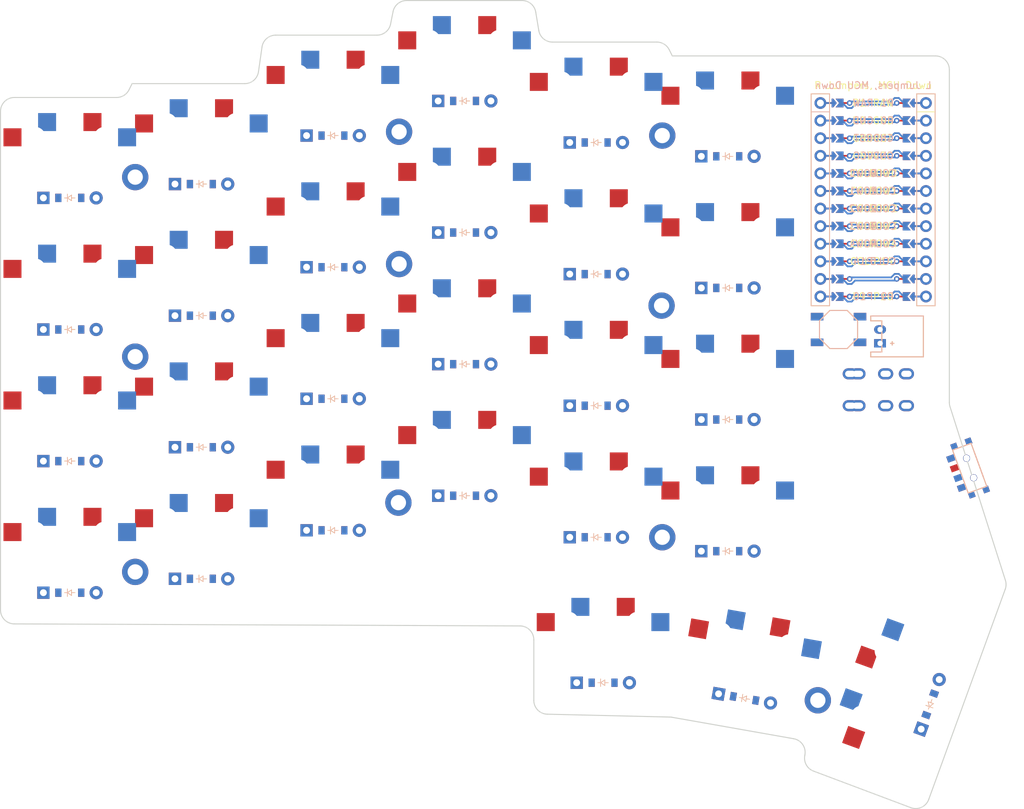
<source format=kicad_pcb>
(kicad_pcb (version 20171130) (host pcbnew 5.1.6)
  (title_block (title "keyboard_pcb") (rev "v1.0.0") (company "Unknown"))
  (layers (0 F.Cu signal) (31 B.Cu signal) (34 B.Paste user) (35 F.Paste user) (36 B.SilkS user) (37 F.SilkS user) (38 B.Mask user) (39 F.Mask user) (44 Edge.Cuts user))
  (net 0 "")
  (net 1 "COL0")
  (net 2 "pinky_bottom")
  (net 3 "pinky_home")
  (net 4 "pinky_num")
  (net 5 "pinky_top")
  (net 6 "COL1")
  (net 7 "shift_bottom")
  (net 8 "shift_home")
  (net 9 "shift_num")
  (net 10 "shift_top")
  (net 11 "COL2")
  (net 12 "ring_bottom")
  (net 13 "ring_home")
  (net 14 "ring_num")
  (net 15 "ring_top")
  (net 16 "COL3")
  (net 17 "middle_bottom")
  (net 18 "middle_home")
  (net 19 "middle_num")
  (net 20 "middle_top")
  (net 21 "COL4")
  (net 22 "index_bottom")
  (net 23 "index_home")
  (net 24 "index_num")
  (net 25 "index_top")
  (net 26 "COL5")
  (net 27 "inner_bottom")
  (net 28 "inner_home")
  (net 29 "inner_num")
  (net 30 "inner_top")
  (net 31 "near_thumb")
  (net 32 "home_thumb")
  (net 33 "far_thumb")
  (net 34 "ROW4")
  (net 35 "ROW3")
  (net 36 "ROW2")
  (net 37 "ROW1")
  (net 38 "ROW0")
  (net 39 "RAW")
  (net 40 "GND")
  (net 41 "RST")
  (net 42 "VCC")
  (net 43 "P14")
  (net 44 "P16")
  (net 45 "P10")
  (net 46 "P1")
  (net 47 "P0")
  (net 48 "P8")
  (net 49 "P9")
  (net 50 "P101")
  (net 51 "P102")
  (net 52 "P107")
  (net 53 "MCU1_24")
  (net 54 "MCU1_1")
  (net 55 "MCU1_23")
  (net 56 "MCU1_2")
  (net 57 "MCU1_22")
  (net 58 "MCU1_3")
  (net 59 "MCU1_21")
  (net 60 "MCU1_4")
  (net 61 "MCU1_20")
  (net 62 "MCU1_5")
  (net 63 "MCU1_19")
  (net 64 "MCU1_6")
  (net 65 "MCU1_18")
  (net 66 "MCU1_7")
  (net 67 "MCU1_17")
  (net 68 "MCU1_8")
  (net 69 "MCU1_16")
  (net 70 "MCU1_9")
  (net 71 "MCU1_15")
  (net 72 "MCU1_10")
  (net 73 "MCU1_14")
  (net 74 "MCU1_11")
  (net 75 "MCU1_13")
  (net 76 "MCU1_12")
  (module PG1350 (layer F.Cu) (at 100 150 0)
    (fp_text reference "S1" hide)
    (fp_text value "" hide)
    (pad "" np_thru_hole circle (at 0 0) (size 3.429 3.429) (drill 3.429) (layers *.Cu *.Mask))
    (pad "" np_thru_hole circle (at 5.5 0) (size 1.7018 1.7018) (drill 1.7018) (layers *.Cu *.Mask))
    (pad "" np_thru_hole circle (at -5.5 0) (size 1.7018 1.7018) (drill 1.7018) (layers *.Cu *.Mask))
    (pad "" np_thru_hole circle (at 5 -3.75) (size 3 3) (drill 3) (layers *.Cu *.Mask))
    (pad "" np_thru_hole circle (at 0 -5.95) (size 3 3) (drill 3) (layers *.Cu *.Mask))
    (pad 1 smd rect (at -3.275 -5.95 0) (size 2.6 2.6) (layers B.Cu B.Paste B.Mask) (net 1 "COL0"))
    (pad 2 smd rect (at 8.275 -3.75 0) (size 2.6 2.6) (layers B.Cu B.Paste B.Mask) (net 2 "pinky_bottom"))
    (pad "" np_thru_hole circle (at -5 -3.75) (size 3 3) (drill 3) (layers *.Cu *.Mask))
    (pad "" np_thru_hole circle (at 0 -5.95) (size 3 3) (drill 3) (layers *.Cu *.Mask))
    (pad 1 smd rect (at 3.275 -5.95 0) (size 2.6 2.6) (layers F.Cu F.Paste F.Mask) (net 1 "COL0"))
    (pad 2 smd rect (at -8.275 -3.75 0) (size 2.6 2.6) (layers F.Cu F.Paste F.Mask) (net 2 "pinky_bottom"))
  )
  (module PG1350 (layer F.Cu) (at 100 131 0)
    (fp_text reference "S2" hide)
    (fp_text value "" hide)
    (pad "" np_thru_hole circle (at 0 0) (size 3.429 3.429) (drill 3.429) (layers *.Cu *.Mask))
    (pad "" np_thru_hole circle (at 5.5 0) (size 1.7018 1.7018) (drill 1.7018) (layers *.Cu *.Mask))
    (pad "" np_thru_hole circle (at -5.5 0) (size 1.7018 1.7018) (drill 1.7018) (layers *.Cu *.Mask))
    (pad "" np_thru_hole circle (at 5 -3.75) (size 3 3) (drill 3) (layers *.Cu *.Mask))
    (pad "" np_thru_hole circle (at 0 -5.95) (size 3 3) (drill 3) (layers *.Cu *.Mask))
    (pad 1 smd rect (at -3.275 -5.95 0) (size 2.6 2.6) (layers B.Cu B.Paste B.Mask) (net 1 "COL0"))
    (pad 2 smd rect (at 8.275 -3.75 0) (size 2.6 2.6) (layers B.Cu B.Paste B.Mask) (net 3 "pinky_home"))
    (pad "" np_thru_hole circle (at -5 -3.75) (size 3 3) (drill 3) (layers *.Cu *.Mask))
    (pad "" np_thru_hole circle (at 0 -5.95) (size 3 3) (drill 3) (layers *.Cu *.Mask))
    (pad 1 smd rect (at 3.275 -5.95 0) (size 2.6 2.6) (layers F.Cu F.Paste F.Mask) (net 1 "COL0"))
    (pad 2 smd rect (at -8.275 -3.75 0) (size 2.6 2.6) (layers F.Cu F.Paste F.Mask) (net 3 "pinky_home"))
  )
  (module PG1350 (layer F.Cu) (at 100 112 0)
    (fp_text reference "S3" hide)
    (fp_text value "" hide)
    (pad "" np_thru_hole circle (at 0 0) (size 3.429 3.429) (drill 3.429) (layers *.Cu *.Mask))
    (pad "" np_thru_hole circle (at 5.5 0) (size 1.7018 1.7018) (drill 1.7018) (layers *.Cu *.Mask))
    (pad "" np_thru_hole circle (at -5.5 0) (size 1.7018 1.7018) (drill 1.7018) (layers *.Cu *.Mask))
    (pad "" np_thru_hole circle (at 5 -3.75) (size 3 3) (drill 3) (layers *.Cu *.Mask))
    (pad "" np_thru_hole circle (at 0 -5.95) (size 3 3) (drill 3) (layers *.Cu *.Mask))
    (pad 1 smd rect (at -3.275 -5.95 0) (size 2.6 2.6) (layers B.Cu B.Paste B.Mask) (net 1 "COL0"))
    (pad 2 smd rect (at 8.275 -3.75 0) (size 2.6 2.6) (layers B.Cu B.Paste B.Mask) (net 4 "pinky_num"))
    (pad "" np_thru_hole circle (at -5 -3.75) (size 3 3) (drill 3) (layers *.Cu *.Mask))
    (pad "" np_thru_hole circle (at 0 -5.95) (size 3 3) (drill 3) (layers *.Cu *.Mask))
    (pad 1 smd rect (at 3.275 -5.95 0) (size 2.6 2.6) (layers F.Cu F.Paste F.Mask) (net 1 "COL0"))
    (pad 2 smd rect (at -8.275 -3.75 0) (size 2.6 2.6) (layers F.Cu F.Paste F.Mask) (net 4 "pinky_num"))
  )
  (module PG1350 (layer F.Cu) (at 100 93 0)
    (fp_text reference "S4" hide)
    (fp_text value "" hide)
    (pad "" np_thru_hole circle (at 0 0) (size 3.429 3.429) (drill 3.429) (layers *.Cu *.Mask))
    (pad "" np_thru_hole circle (at 5.5 0) (size 1.7018 1.7018) (drill 1.7018) (layers *.Cu *.Mask))
    (pad "" np_thru_hole circle (at -5.5 0) (size 1.7018 1.7018) (drill 1.7018) (layers *.Cu *.Mask))
    (pad "" np_thru_hole circle (at 5 -3.75) (size 3 3) (drill 3) (layers *.Cu *.Mask))
    (pad "" np_thru_hole circle (at 0 -5.95) (size 3 3) (drill 3) (layers *.Cu *.Mask))
    (pad 1 smd rect (at -3.275 -5.95 0) (size 2.6 2.6) (layers B.Cu B.Paste B.Mask) (net 1 "COL0"))
    (pad 2 smd rect (at 8.275 -3.75 0) (size 2.6 2.6) (layers B.Cu B.Paste B.Mask) (net 5 "pinky_top"))
    (pad "" np_thru_hole circle (at -5 -3.75) (size 3 3) (drill 3) (layers *.Cu *.Mask))
    (pad "" np_thru_hole circle (at 0 -5.95) (size 3 3) (drill 3) (layers *.Cu *.Mask))
    (pad 1 smd rect (at 3.275 -5.95 0) (size 2.6 2.6) (layers F.Cu F.Paste F.Mask) (net 1 "COL0"))
    (pad 2 smd rect (at -8.275 -3.75 0) (size 2.6 2.6) (layers F.Cu F.Paste F.Mask) (net 5 "pinky_top"))
  )
  (module PG1350 (layer F.Cu) (at 119 148 0)
    (fp_text reference "S5" hide)
    (fp_text value "" hide)
    (pad "" np_thru_hole circle (at 0 0) (size 3.429 3.429) (drill 3.429) (layers *.Cu *.Mask))
    (pad "" np_thru_hole circle (at 5.5 0) (size 1.7018 1.7018) (drill 1.7018) (layers *.Cu *.Mask))
    (pad "" np_thru_hole circle (at -5.5 0) (size 1.7018 1.7018) (drill 1.7018) (layers *.Cu *.Mask))
    (pad "" np_thru_hole circle (at 5 -3.75) (size 3 3) (drill 3) (layers *.Cu *.Mask))
    (pad "" np_thru_hole circle (at 0 -5.95) (size 3 3) (drill 3) (layers *.Cu *.Mask))
    (pad 1 smd rect (at -3.275 -5.95 0) (size 2.6 2.6) (layers B.Cu B.Paste B.Mask) (net 6 "COL1"))
    (pad 2 smd rect (at 8.275 -3.75 0) (size 2.6 2.6) (layers B.Cu B.Paste B.Mask) (net 7 "shift_bottom"))
    (pad "" np_thru_hole circle (at -5 -3.75) (size 3 3) (drill 3) (layers *.Cu *.Mask))
    (pad "" np_thru_hole circle (at 0 -5.95) (size 3 3) (drill 3) (layers *.Cu *.Mask))
    (pad 1 smd rect (at 3.275 -5.95 0) (size 2.6 2.6) (layers F.Cu F.Paste F.Mask) (net 6 "COL1"))
    (pad 2 smd rect (at -8.275 -3.75 0) (size 2.6 2.6) (layers F.Cu F.Paste F.Mask) (net 7 "shift_bottom"))
  )
  (module PG1350 (layer F.Cu) (at 119 129 0)
    (fp_text reference "S6" hide)
    (fp_text value "" hide)
    (pad "" np_thru_hole circle (at 0 0) (size 3.429 3.429) (drill 3.429) (layers *.Cu *.Mask))
    (pad "" np_thru_hole circle (at 5.5 0) (size 1.7018 1.7018) (drill 1.7018) (layers *.Cu *.Mask))
    (pad "" np_thru_hole circle (at -5.5 0) (size 1.7018 1.7018) (drill 1.7018) (layers *.Cu *.Mask))
    (pad "" np_thru_hole circle (at 5 -3.75) (size 3 3) (drill 3) (layers *.Cu *.Mask))
    (pad "" np_thru_hole circle (at 0 -5.95) (size 3 3) (drill 3) (layers *.Cu *.Mask))
    (pad 1 smd rect (at -3.275 -5.95 0) (size 2.6 2.6) (layers B.Cu B.Paste B.Mask) (net 6 "COL1"))
    (pad 2 smd rect (at 8.275 -3.75 0) (size 2.6 2.6) (layers B.Cu B.Paste B.Mask) (net 8 "shift_home"))
    (pad "" np_thru_hole circle (at -5 -3.75) (size 3 3) (drill 3) (layers *.Cu *.Mask))
    (pad "" np_thru_hole circle (at 0 -5.95) (size 3 3) (drill 3) (layers *.Cu *.Mask))
    (pad 1 smd rect (at 3.275 -5.95 0) (size 2.6 2.6) (layers F.Cu F.Paste F.Mask) (net 6 "COL1"))
    (pad 2 smd rect (at -8.275 -3.75 0) (size 2.6 2.6) (layers F.Cu F.Paste F.Mask) (net 8 "shift_home"))
  )
  (module PG1350 (layer F.Cu) (at 119 110 0)
    (fp_text reference "S7" hide)
    (fp_text value "" hide)
    (pad "" np_thru_hole circle (at 0 0) (size 3.429 3.429) (drill 3.429) (layers *.Cu *.Mask))
    (pad "" np_thru_hole circle (at 5.5 0) (size 1.7018 1.7018) (drill 1.7018) (layers *.Cu *.Mask))
    (pad "" np_thru_hole circle (at -5.5 0) (size 1.7018 1.7018) (drill 1.7018) (layers *.Cu *.Mask))
    (pad "" np_thru_hole circle (at 5 -3.75) (size 3 3) (drill 3) (layers *.Cu *.Mask))
    (pad "" np_thru_hole circle (at 0 -5.95) (size 3 3) (drill 3) (layers *.Cu *.Mask))
    (pad 1 smd rect (at -3.275 -5.95 0) (size 2.6 2.6) (layers B.Cu B.Paste B.Mask) (net 6 "COL1"))
    (pad 2 smd rect (at 8.275 -3.75 0) (size 2.6 2.6) (layers B.Cu B.Paste B.Mask) (net 9 "shift_num"))
    (pad "" np_thru_hole circle (at -5 -3.75) (size 3 3) (drill 3) (layers *.Cu *.Mask))
    (pad "" np_thru_hole circle (at 0 -5.95) (size 3 3) (drill 3) (layers *.Cu *.Mask))
    (pad 1 smd rect (at 3.275 -5.95 0) (size 2.6 2.6) (layers F.Cu F.Paste F.Mask) (net 6 "COL1"))
    (pad 2 smd rect (at -8.275 -3.75 0) (size 2.6 2.6) (layers F.Cu F.Paste F.Mask) (net 9 "shift_num"))
  )
  (module PG1350 (layer F.Cu) (at 119 91 0)
    (fp_text reference "S8" hide)
    (fp_text value "" hide)
    (pad "" np_thru_hole circle (at 0 0) (size 3.429 3.429) (drill 3.429) (layers *.Cu *.Mask))
    (pad "" np_thru_hole circle (at 5.5 0) (size 1.7018 1.7018) (drill 1.7018) (layers *.Cu *.Mask))
    (pad "" np_thru_hole circle (at -5.5 0) (size 1.7018 1.7018) (drill 1.7018) (layers *.Cu *.Mask))
    (pad "" np_thru_hole circle (at 5 -3.75) (size 3 3) (drill 3) (layers *.Cu *.Mask))
    (pad "" np_thru_hole circle (at 0 -5.95) (size 3 3) (drill 3) (layers *.Cu *.Mask))
    (pad 1 smd rect (at -3.275 -5.95 0) (size 2.6 2.6) (layers B.Cu B.Paste B.Mask) (net 6 "COL1"))
    (pad 2 smd rect (at 8.275 -3.75 0) (size 2.6 2.6) (layers B.Cu B.Paste B.Mask) (net 10 "shift_top"))
    (pad "" np_thru_hole circle (at -5 -3.75) (size 3 3) (drill 3) (layers *.Cu *.Mask))
    (pad "" np_thru_hole circle (at 0 -5.95) (size 3 3) (drill 3) (layers *.Cu *.Mask))
    (pad 1 smd rect (at 3.275 -5.95 0) (size 2.6 2.6) (layers F.Cu F.Paste F.Mask) (net 6 "COL1"))
    (pad 2 smd rect (at -8.275 -3.75 0) (size 2.6 2.6) (layers F.Cu F.Paste F.Mask) (net 10 "shift_top"))
  )
  (module PG1350 (layer F.Cu) (at 138 141 0)
    (fp_text reference "S9" hide)
    (fp_text value "" hide)
    (pad "" np_thru_hole circle (at 0 0) (size 3.429 3.429) (drill 3.429) (layers *.Cu *.Mask))
    (pad "" np_thru_hole circle (at 5.5 0) (size 1.7018 1.7018) (drill 1.7018) (layers *.Cu *.Mask))
    (pad "" np_thru_hole circle (at -5.5 0) (size 1.7018 1.7018) (drill 1.7018) (layers *.Cu *.Mask))
    (pad "" np_thru_hole circle (at 5 -3.75) (size 3 3) (drill 3) (layers *.Cu *.Mask))
    (pad "" np_thru_hole circle (at 0 -5.95) (size 3 3) (drill 3) (layers *.Cu *.Mask))
    (pad 1 smd rect (at -3.275 -5.95 0) (size 2.6 2.6) (layers B.Cu B.Paste B.Mask) (net 11 "COL2"))
    (pad 2 smd rect (at 8.275 -3.75 0) (size 2.6 2.6) (layers B.Cu B.Paste B.Mask) (net 12 "ring_bottom"))
    (pad "" np_thru_hole circle (at -5 -3.75) (size 3 3) (drill 3) (layers *.Cu *.Mask))
    (pad "" np_thru_hole circle (at 0 -5.95) (size 3 3) (drill 3) (layers *.Cu *.Mask))
    (pad 1 smd rect (at 3.275 -5.95 0) (size 2.6 2.6) (layers F.Cu F.Paste F.Mask) (net 11 "COL2"))
    (pad 2 smd rect (at -8.275 -3.75 0) (size 2.6 2.6) (layers F.Cu F.Paste F.Mask) (net 12 "ring_bottom"))
  )
  (module PG1350 (layer F.Cu) (at 138 122 0)
    (fp_text reference "S10" hide)
    (fp_text value "" hide)
    (pad "" np_thru_hole circle (at 0 0) (size 3.429 3.429) (drill 3.429) (layers *.Cu *.Mask))
    (pad "" np_thru_hole circle (at 5.5 0) (size 1.7018 1.7018) (drill 1.7018) (layers *.Cu *.Mask))
    (pad "" np_thru_hole circle (at -5.5 0) (size 1.7018 1.7018) (drill 1.7018) (layers *.Cu *.Mask))
    (pad "" np_thru_hole circle (at 5 -3.75) (size 3 3) (drill 3) (layers *.Cu *.Mask))
    (pad "" np_thru_hole circle (at 0 -5.95) (size 3 3) (drill 3) (layers *.Cu *.Mask))
    (pad 1 smd rect (at -3.275 -5.95 0) (size 2.6 2.6) (layers B.Cu B.Paste B.Mask) (net 11 "COL2"))
    (pad 2 smd rect (at 8.275 -3.75 0) (size 2.6 2.6) (layers B.Cu B.Paste B.Mask) (net 13 "ring_home"))
    (pad "" np_thru_hole circle (at -5 -3.75) (size 3 3) (drill 3) (layers *.Cu *.Mask))
    (pad "" np_thru_hole circle (at 0 -5.95) (size 3 3) (drill 3) (layers *.Cu *.Mask))
    (pad 1 smd rect (at 3.275 -5.95 0) (size 2.6 2.6) (layers F.Cu F.Paste F.Mask) (net 11 "COL2"))
    (pad 2 smd rect (at -8.275 -3.75 0) (size 2.6 2.6) (layers F.Cu F.Paste F.Mask) (net 13 "ring_home"))
  )
  (module PG1350 (layer F.Cu) (at 138 103 0)
    (fp_text reference "S11" hide)
    (fp_text value "" hide)
    (pad "" np_thru_hole circle (at 0 0) (size 3.429 3.429) (drill 3.429) (layers *.Cu *.Mask))
    (pad "" np_thru_hole circle (at 5.5 0) (size 1.7018 1.7018) (drill 1.7018) (layers *.Cu *.Mask))
    (pad "" np_thru_hole circle (at -5.5 0) (size 1.7018 1.7018) (drill 1.7018) (layers *.Cu *.Mask))
    (pad "" np_thru_hole circle (at 5 -3.75) (size 3 3) (drill 3) (layers *.Cu *.Mask))
    (pad "" np_thru_hole circle (at 0 -5.95) (size 3 3) (drill 3) (layers *.Cu *.Mask))
    (pad 1 smd rect (at -3.275 -5.95 0) (size 2.6 2.6) (layers B.Cu B.Paste B.Mask) (net 11 "COL2"))
    (pad 2 smd rect (at 8.275 -3.75 0) (size 2.6 2.6) (layers B.Cu B.Paste B.Mask) (net 14 "ring_num"))
    (pad "" np_thru_hole circle (at -5 -3.75) (size 3 3) (drill 3) (layers *.Cu *.Mask))
    (pad "" np_thru_hole circle (at 0 -5.95) (size 3 3) (drill 3) (layers *.Cu *.Mask))
    (pad 1 smd rect (at 3.275 -5.95 0) (size 2.6 2.6) (layers F.Cu F.Paste F.Mask) (net 11 "COL2"))
    (pad 2 smd rect (at -8.275 -3.75 0) (size 2.6 2.6) (layers F.Cu F.Paste F.Mask) (net 14 "ring_num"))
  )
  (module PG1350 (layer F.Cu) (at 138 84 0)
    (fp_text reference "S12" hide)
    (fp_text value "" hide)
    (pad "" np_thru_hole circle (at 0 0) (size 3.429 3.429) (drill 3.429) (layers *.Cu *.Mask))
    (pad "" np_thru_hole circle (at 5.5 0) (size 1.7018 1.7018) (drill 1.7018) (layers *.Cu *.Mask))
    (pad "" np_thru_hole circle (at -5.5 0) (size 1.7018 1.7018) (drill 1.7018) (layers *.Cu *.Mask))
    (pad "" np_thru_hole circle (at 5 -3.75) (size 3 3) (drill 3) (layers *.Cu *.Mask))
    (pad "" np_thru_hole circle (at 0 -5.95) (size 3 3) (drill 3) (layers *.Cu *.Mask))
    (pad 1 smd rect (at -3.275 -5.95 0) (size 2.6 2.6) (layers B.Cu B.Paste B.Mask) (net 11 "COL2"))
    (pad 2 smd rect (at 8.275 -3.75 0) (size 2.6 2.6) (layers B.Cu B.Paste B.Mask) (net 15 "ring_top"))
    (pad "" np_thru_hole circle (at -5 -3.75) (size 3 3) (drill 3) (layers *.Cu *.Mask))
    (pad "" np_thru_hole circle (at 0 -5.95) (size 3 3) (drill 3) (layers *.Cu *.Mask))
    (pad 1 smd rect (at 3.275 -5.95 0) (size 2.6 2.6) (layers F.Cu F.Paste F.Mask) (net 11 "COL2"))
    (pad 2 smd rect (at -8.275 -3.75 0) (size 2.6 2.6) (layers F.Cu F.Paste F.Mask) (net 15 "ring_top"))
  )
  (module PG1350 (layer F.Cu) (at 157 136 0)
    (fp_text reference "S13" hide)
    (fp_text value "" hide)
    (pad "" np_thru_hole circle (at 0 0) (size 3.429 3.429) (drill 3.429) (layers *.Cu *.Mask))
    (pad "" np_thru_hole circle (at 5.5 0) (size 1.7018 1.7018) (drill 1.7018) (layers *.Cu *.Mask))
    (pad "" np_thru_hole circle (at -5.5 0) (size 1.7018 1.7018) (drill 1.7018) (layers *.Cu *.Mask))
    (pad "" np_thru_hole circle (at 5 -3.75) (size 3 3) (drill 3) (layers *.Cu *.Mask))
    (pad "" np_thru_hole circle (at 0 -5.95) (size 3 3) (drill 3) (layers *.Cu *.Mask))
    (pad 1 smd rect (at -3.275 -5.95 0) (size 2.6 2.6) (layers B.Cu B.Paste B.Mask) (net 16 "COL3"))
    (pad 2 smd rect (at 8.275 -3.75 0) (size 2.6 2.6) (layers B.Cu B.Paste B.Mask) (net 17 "middle_bottom"))
    (pad "" np_thru_hole circle (at -5 -3.75) (size 3 3) (drill 3) (layers *.Cu *.Mask))
    (pad "" np_thru_hole circle (at 0 -5.95) (size 3 3) (drill 3) (layers *.Cu *.Mask))
    (pad 1 smd rect (at 3.275 -5.95 0) (size 2.6 2.6) (layers F.Cu F.Paste F.Mask) (net 16 "COL3"))
    (pad 2 smd rect (at -8.275 -3.75 0) (size 2.6 2.6) (layers F.Cu F.Paste F.Mask) (net 17 "middle_bottom"))
  )
  (module PG1350 (layer F.Cu) (at 157 117 0)
    (fp_text reference "S14" hide)
    (fp_text value "" hide)
    (pad "" np_thru_hole circle (at 0 0) (size 3.429 3.429) (drill 3.429) (layers *.Cu *.Mask))
    (pad "" np_thru_hole circle (at 5.5 0) (size 1.7018 1.7018) (drill 1.7018) (layers *.Cu *.Mask))
    (pad "" np_thru_hole circle (at -5.5 0) (size 1.7018 1.7018) (drill 1.7018) (layers *.Cu *.Mask))
    (pad "" np_thru_hole circle (at 5 -3.75) (size 3 3) (drill 3) (layers *.Cu *.Mask))
    (pad "" np_thru_hole circle (at 0 -5.95) (size 3 3) (drill 3) (layers *.Cu *.Mask))
    (pad 1 smd rect (at -3.275 -5.95 0) (size 2.6 2.6) (layers B.Cu B.Paste B.Mask) (net 16 "COL3"))
    (pad 2 smd rect (at 8.275 -3.75 0) (size 2.6 2.6) (layers B.Cu B.Paste B.Mask) (net 18 "middle_home"))
    (pad "" np_thru_hole circle (at -5 -3.75) (size 3 3) (drill 3) (layers *.Cu *.Mask))
    (pad "" np_thru_hole circle (at 0 -5.95) (size 3 3) (drill 3) (layers *.Cu *.Mask))
    (pad 1 smd rect (at 3.275 -5.95 0) (size 2.6 2.6) (layers F.Cu F.Paste F.Mask) (net 16 "COL3"))
    (pad 2 smd rect (at -8.275 -3.75 0) (size 2.6 2.6) (layers F.Cu F.Paste F.Mask) (net 18 "middle_home"))
  )
  (module PG1350 (layer F.Cu) (at 157 98 0)
    (fp_text reference "S15" hide)
    (fp_text value "" hide)
    (pad "" np_thru_hole circle (at 0 0) (size 3.429 3.429) (drill 3.429) (layers *.Cu *.Mask))
    (pad "" np_thru_hole circle (at 5.5 0) (size 1.7018 1.7018) (drill 1.7018) (layers *.Cu *.Mask))
    (pad "" np_thru_hole circle (at -5.5 0) (size 1.7018 1.7018) (drill 1.7018) (layers *.Cu *.Mask))
    (pad "" np_thru_hole circle (at 5 -3.75) (size 3 3) (drill 3) (layers *.Cu *.Mask))
    (pad "" np_thru_hole circle (at 0 -5.95) (size 3 3) (drill 3) (layers *.Cu *.Mask))
    (pad 1 smd rect (at -3.275 -5.95 0) (size 2.6 2.6) (layers B.Cu B.Paste B.Mask) (net 16 "COL3"))
    (pad 2 smd rect (at 8.275 -3.75 0) (size 2.6 2.6) (layers B.Cu B.Paste B.Mask) (net 19 "middle_num"))
    (pad "" np_thru_hole circle (at -5 -3.75) (size 3 3) (drill 3) (layers *.Cu *.Mask))
    (pad "" np_thru_hole circle (at 0 -5.95) (size 3 3) (drill 3) (layers *.Cu *.Mask))
    (pad 1 smd rect (at 3.275 -5.95 0) (size 2.6 2.6) (layers F.Cu F.Paste F.Mask) (net 16 "COL3"))
    (pad 2 smd rect (at -8.275 -3.75 0) (size 2.6 2.6) (layers F.Cu F.Paste F.Mask) (net 19 "middle_num"))
  )
  (module PG1350 (layer F.Cu) (at 157 79 0)
    (fp_text reference "S16" hide)
    (fp_text value "" hide)
    (pad "" np_thru_hole circle (at 0 0) (size 3.429 3.429) (drill 3.429) (layers *.Cu *.Mask))
    (pad "" np_thru_hole circle (at 5.5 0) (size 1.7018 1.7018) (drill 1.7018) (layers *.Cu *.Mask))
    (pad "" np_thru_hole circle (at -5.5 0) (size 1.7018 1.7018) (drill 1.7018) (layers *.Cu *.Mask))
    (pad "" np_thru_hole circle (at 5 -3.75) (size 3 3) (drill 3) (layers *.Cu *.Mask))
    (pad "" np_thru_hole circle (at 0 -5.95) (size 3 3) (drill 3) (layers *.Cu *.Mask))
    (pad 1 smd rect (at -3.275 -5.95 0) (size 2.6 2.6) (layers B.Cu B.Paste B.Mask) (net 16 "COL3"))
    (pad 2 smd rect (at 8.275 -3.75 0) (size 2.6 2.6) (layers B.Cu B.Paste B.Mask) (net 20 "middle_top"))
    (pad "" np_thru_hole circle (at -5 -3.75) (size 3 3) (drill 3) (layers *.Cu *.Mask))
    (pad "" np_thru_hole circle (at 0 -5.95) (size 3 3) (drill 3) (layers *.Cu *.Mask))
    (pad 1 smd rect (at 3.275 -5.95 0) (size 2.6 2.6) (layers F.Cu F.Paste F.Mask) (net 16 "COL3"))
    (pad 2 smd rect (at -8.275 -3.75 0) (size 2.6 2.6) (layers F.Cu F.Paste F.Mask) (net 20 "middle_top"))
  )
  (module PG1350 (layer F.Cu) (at 176 142 0)
    (fp_text reference "S17" hide)
    (fp_text value "" hide)
    (pad "" np_thru_hole circle (at 0 0) (size 3.429 3.429) (drill 3.429) (layers *.Cu *.Mask))
    (pad "" np_thru_hole circle (at 5.5 0) (size 1.7018 1.7018) (drill 1.7018) (layers *.Cu *.Mask))
    (pad "" np_thru_hole circle (at -5.5 0) (size 1.7018 1.7018) (drill 1.7018) (layers *.Cu *.Mask))
    (pad "" np_thru_hole circle (at 5 -3.75) (size 3 3) (drill 3) (layers *.Cu *.Mask))
    (pad "" np_thru_hole circle (at 0 -5.95) (size 3 3) (drill 3) (layers *.Cu *.Mask))
    (pad 1 smd rect (at -3.275 -5.95 0) (size 2.6 2.6) (layers B.Cu B.Paste B.Mask) (net 21 "COL4"))
    (pad 2 smd rect (at 8.275 -3.75 0) (size 2.6 2.6) (layers B.Cu B.Paste B.Mask) (net 22 "index_bottom"))
    (pad "" np_thru_hole circle (at -5 -3.75) (size 3 3) (drill 3) (layers *.Cu *.Mask))
    (pad "" np_thru_hole circle (at 0 -5.95) (size 3 3) (drill 3) (layers *.Cu *.Mask))
    (pad 1 smd rect (at 3.275 -5.95 0) (size 2.6 2.6) (layers F.Cu F.Paste F.Mask) (net 21 "COL4"))
    (pad 2 smd rect (at -8.275 -3.75 0) (size 2.6 2.6) (layers F.Cu F.Paste F.Mask) (net 22 "index_bottom"))
  )
  (module PG1350 (layer F.Cu) (at 176 123 0)
    (fp_text reference "S18" hide)
    (fp_text value "" hide)
    (pad "" np_thru_hole circle (at 0 0) (size 3.429 3.429) (drill 3.429) (layers *.Cu *.Mask))
    (pad "" np_thru_hole circle (at 5.5 0) (size 1.7018 1.7018) (drill 1.7018) (layers *.Cu *.Mask))
    (pad "" np_thru_hole circle (at -5.5 0) (size 1.7018 1.7018) (drill 1.7018) (layers *.Cu *.Mask))
    (pad "" np_thru_hole circle (at 5 -3.75) (size 3 3) (drill 3) (layers *.Cu *.Mask))
    (pad "" np_thru_hole circle (at 0 -5.95) (size 3 3) (drill 3) (layers *.Cu *.Mask))
    (pad 1 smd rect (at -3.275 -5.95 0) (size 2.6 2.6) (layers B.Cu B.Paste B.Mask) (net 21 "COL4"))
    (pad 2 smd rect (at 8.275 -3.75 0) (size 2.6 2.6) (layers B.Cu B.Paste B.Mask) (net 23 "index_home"))
    (pad "" np_thru_hole circle (at -5 -3.75) (size 3 3) (drill 3) (layers *.Cu *.Mask))
    (pad "" np_thru_hole circle (at 0 -5.95) (size 3 3) (drill 3) (layers *.Cu *.Mask))
    (pad 1 smd rect (at 3.275 -5.95 0) (size 2.6 2.6) (layers F.Cu F.Paste F.Mask) (net 21 "COL4"))
    (pad 2 smd rect (at -8.275 -3.75 0) (size 2.6 2.6) (layers F.Cu F.Paste F.Mask) (net 23 "index_home"))
  )
  (module PG1350 (layer F.Cu) (at 176 104 0)
    (fp_text reference "S19" hide)
    (fp_text value "" hide)
    (pad "" np_thru_hole circle (at 0 0) (size 3.429 3.429) (drill 3.429) (layers *.Cu *.Mask))
    (pad "" np_thru_hole circle (at 5.5 0) (size 1.7018 1.7018) (drill 1.7018) (layers *.Cu *.Mask))
    (pad "" np_thru_hole circle (at -5.5 0) (size 1.7018 1.7018) (drill 1.7018) (layers *.Cu *.Mask))
    (pad "" np_thru_hole circle (at 5 -3.75) (size 3 3) (drill 3) (layers *.Cu *.Mask))
    (pad "" np_thru_hole circle (at 0 -5.95) (size 3 3) (drill 3) (layers *.Cu *.Mask))
    (pad 1 smd rect (at -3.275 -5.95 0) (size 2.6 2.6) (layers B.Cu B.Paste B.Mask) (net 21 "COL4"))
    (pad 2 smd rect (at 8.275 -3.75 0) (size 2.6 2.6) (layers B.Cu B.Paste B.Mask) (net 24 "index_num"))
    (pad "" np_thru_hole circle (at -5 -3.75) (size 3 3) (drill 3) (layers *.Cu *.Mask))
    (pad "" np_thru_hole circle (at 0 -5.95) (size 3 3) (drill 3) (layers *.Cu *.Mask))
    (pad 1 smd rect (at 3.275 -5.95 0) (size 2.6 2.6) (layers F.Cu F.Paste F.Mask) (net 21 "COL4"))
    (pad 2 smd rect (at -8.275 -3.75 0) (size 2.6 2.6) (layers F.Cu F.Paste F.Mask) (net 24 "index_num"))
  )
  (module PG1350 (layer F.Cu) (at 176 85 0)
    (fp_text reference "S20" hide)
    (fp_text value "" hide)
    (pad "" np_thru_hole circle (at 0 0) (size 3.429 3.429) (drill 3.429) (layers *.Cu *.Mask))
    (pad "" np_thru_hole circle (at 5.5 0) (size 1.7018 1.7018) (drill 1.7018) (layers *.Cu *.Mask))
    (pad "" np_thru_hole circle (at -5.5 0) (size 1.7018 1.7018) (drill 1.7018) (layers *.Cu *.Mask))
    (pad "" np_thru_hole circle (at 5 -3.75) (size 3 3) (drill 3) (layers *.Cu *.Mask))
    (pad "" np_thru_hole circle (at 0 -5.95) (size 3 3) (drill 3) (layers *.Cu *.Mask))
    (pad 1 smd rect (at -3.275 -5.95 0) (size 2.6 2.6) (layers B.Cu B.Paste B.Mask) (net 21 "COL4"))
    (pad 2 smd rect (at 8.275 -3.75 0) (size 2.6 2.6) (layers B.Cu B.Paste B.Mask) (net 25 "index_top"))
    (pad "" np_thru_hole circle (at -5 -3.75) (size 3 3) (drill 3) (layers *.Cu *.Mask))
    (pad "" np_thru_hole circle (at 0 -5.95) (size 3 3) (drill 3) (layers *.Cu *.Mask))
    (pad 1 smd rect (at 3.275 -5.95 0) (size 2.6 2.6) (layers F.Cu F.Paste F.Mask) (net 21 "COL4"))
    (pad 2 smd rect (at -8.275 -3.75 0) (size 2.6 2.6) (layers F.Cu F.Paste F.Mask) (net 25 "index_top"))
  )
  (module PG1350 (layer F.Cu) (at 195 144 0)
    (fp_text reference "S21" hide)
    (fp_text value "" hide)
    (pad "" np_thru_hole circle (at 0 0) (size 3.429 3.429) (drill 3.429) (layers *.Cu *.Mask))
    (pad "" np_thru_hole circle (at 5.5 0) (size 1.7018 1.7018) (drill 1.7018) (layers *.Cu *.Mask))
    (pad "" np_thru_hole circle (at -5.5 0) (size 1.7018 1.7018) (drill 1.7018) (layers *.Cu *.Mask))
    (pad "" np_thru_hole circle (at 5 -3.75) (size 3 3) (drill 3) (layers *.Cu *.Mask))
    (pad "" np_thru_hole circle (at 0 -5.95) (size 3 3) (drill 3) (layers *.Cu *.Mask))
    (pad 1 smd rect (at -3.275 -5.95 0) (size 2.6 2.6) (layers B.Cu B.Paste B.Mask) (net 26 "COL5"))
    (pad 2 smd rect (at 8.275 -3.75 0) (size 2.6 2.6) (layers B.Cu B.Paste B.Mask) (net 27 "inner_bottom"))
    (pad "" np_thru_hole circle (at -5 -3.75) (size 3 3) (drill 3) (layers *.Cu *.Mask))
    (pad "" np_thru_hole circle (at 0 -5.95) (size 3 3) (drill 3) (layers *.Cu *.Mask))
    (pad 1 smd rect (at 3.275 -5.95 0) (size 2.6 2.6) (layers F.Cu F.Paste F.Mask) (net 26 "COL5"))
    (pad 2 smd rect (at -8.275 -3.75 0) (size 2.6 2.6) (layers F.Cu F.Paste F.Mask) (net 27 "inner_bottom"))
  )
  (module PG1350 (layer F.Cu) (at 195 125 0)
    (fp_text reference "S22" hide)
    (fp_text value "" hide)
    (pad "" np_thru_hole circle (at 0 0) (size 3.429 3.429) (drill 3.429) (layers *.Cu *.Mask))
    (pad "" np_thru_hole circle (at 5.5 0) (size 1.7018 1.7018) (drill 1.7018) (layers *.Cu *.Mask))
    (pad "" np_thru_hole circle (at -5.5 0) (size 1.7018 1.7018) (drill 1.7018) (layers *.Cu *.Mask))
    (pad "" np_thru_hole circle (at 5 -3.75) (size 3 3) (drill 3) (layers *.Cu *.Mask))
    (pad "" np_thru_hole circle (at 0 -5.95) (size 3 3) (drill 3) (layers *.Cu *.Mask))
    (pad 1 smd rect (at -3.275 -5.95 0) (size 2.6 2.6) (layers B.Cu B.Paste B.Mask) (net 26 "COL5"))
    (pad 2 smd rect (at 8.275 -3.75 0) (size 2.6 2.6) (layers B.Cu B.Paste B.Mask) (net 28 "inner_home"))
    (pad "" np_thru_hole circle (at -5 -3.75) (size 3 3) (drill 3) (layers *.Cu *.Mask))
    (pad "" np_thru_hole circle (at 0 -5.95) (size 3 3) (drill 3) (layers *.Cu *.Mask))
    (pad 1 smd rect (at 3.275 -5.95 0) (size 2.6 2.6) (layers F.Cu F.Paste F.Mask) (net 26 "COL5"))
    (pad 2 smd rect (at -8.275 -3.75 0) (size 2.6 2.6) (layers F.Cu F.Paste F.Mask) (net 28 "inner_home"))
  )
  (module PG1350 (layer F.Cu) (at 195 106 0)
    (fp_text reference "S23" hide)
    (fp_text value "" hide)
    (pad "" np_thru_hole circle (at 0 0) (size 3.429 3.429) (drill 3.429) (layers *.Cu *.Mask))
    (pad "" np_thru_hole circle (at 5.5 0) (size 1.7018 1.7018) (drill 1.7018) (layers *.Cu *.Mask))
    (pad "" np_thru_hole circle (at -5.5 0) (size 1.7018 1.7018) (drill 1.7018) (layers *.Cu *.Mask))
    (pad "" np_thru_hole circle (at 5 -3.75) (size 3 3) (drill 3) (layers *.Cu *.Mask))
    (pad "" np_thru_hole circle (at 0 -5.95) (size 3 3) (drill 3) (layers *.Cu *.Mask))
    (pad 1 smd rect (at -3.275 -5.95 0) (size 2.6 2.6) (layers B.Cu B.Paste B.Mask) (net 26 "COL5"))
    (pad 2 smd rect (at 8.275 -3.75 0) (size 2.6 2.6) (layers B.Cu B.Paste B.Mask) (net 29 "inner_num"))
    (pad "" np_thru_hole circle (at -5 -3.75) (size 3 3) (drill 3) (layers *.Cu *.Mask))
    (pad "" np_thru_hole circle (at 0 -5.95) (size 3 3) (drill 3) (layers *.Cu *.Mask))
    (pad 1 smd rect (at 3.275 -5.95 0) (size 2.6 2.6) (layers F.Cu F.Paste F.Mask) (net 26 "COL5"))
    (pad 2 smd rect (at -8.275 -3.75 0) (size 2.6 2.6) (layers F.Cu F.Paste F.Mask) (net 29 "inner_num"))
  )
  (module PG1350 (layer F.Cu) (at 195 87 0)
    (fp_text reference "S24" hide)
    (fp_text value "" hide)
    (pad "" np_thru_hole circle (at 0 0) (size 3.429 3.429) (drill 3.429) (layers *.Cu *.Mask))
    (pad "" np_thru_hole circle (at 5.5 0) (size 1.7018 1.7018) (drill 1.7018) (layers *.Cu *.Mask))
    (pad "" np_thru_hole circle (at -5.5 0) (size 1.7018 1.7018) (drill 1.7018) (layers *.Cu *.Mask))
    (pad "" np_thru_hole circle (at 5 -3.75) (size 3 3) (drill 3) (layers *.Cu *.Mask))
    (pad "" np_thru_hole circle (at 0 -5.95) (size 3 3) (drill 3) (layers *.Cu *.Mask))
    (pad 1 smd rect (at -3.275 -5.95 0) (size 2.6 2.6) (layers B.Cu B.Paste B.Mask) (net 26 "COL5"))
    (pad 2 smd rect (at 8.275 -3.75 0) (size 2.6 2.6) (layers B.Cu B.Paste B.Mask) (net 30 "inner_top"))
    (pad "" np_thru_hole circle (at -5 -3.75) (size 3 3) (drill 3) (layers *.Cu *.Mask))
    (pad "" np_thru_hole circle (at 0 -5.95) (size 3 3) (drill 3) (layers *.Cu *.Mask))
    (pad 1 smd rect (at 3.275 -5.95 0) (size 2.6 2.6) (layers F.Cu F.Paste F.Mask) (net 26 "COL5"))
    (pad 2 smd rect (at -8.275 -3.75 0) (size 2.6 2.6) (layers F.Cu F.Paste F.Mask) (net 30 "inner_top"))
  )
  (module PG1350 (layer F.Cu) (at 177 163 0)
    (fp_text reference "S25" hide)
    (fp_text value "" hide)
    (pad "" np_thru_hole circle (at 0 0) (size 3.429 3.429) (drill 3.429) (layers *.Cu *.Mask))
    (pad "" np_thru_hole circle (at 5.5 0) (size 1.7018 1.7018) (drill 1.7018) (layers *.Cu *.Mask))
    (pad "" np_thru_hole circle (at -5.5 0) (size 1.7018 1.7018) (drill 1.7018) (layers *.Cu *.Mask))
    (pad "" np_thru_hole circle (at 5 -3.75) (size 3 3) (drill 3) (layers *.Cu *.Mask))
    (pad "" np_thru_hole circle (at 0 -5.95) (size 3 3) (drill 3) (layers *.Cu *.Mask))
    (pad 1 smd rect (at -3.275 -5.95 0) (size 2.6 2.6) (layers B.Cu B.Paste B.Mask) (net 16 "COL3"))
    (pad 2 smd rect (at 8.275 -3.75 0) (size 2.6 2.6) (layers B.Cu B.Paste B.Mask) (net 31 "near_thumb"))
    (pad "" np_thru_hole circle (at -5 -3.75) (size 3 3) (drill 3) (layers *.Cu *.Mask))
    (pad "" np_thru_hole circle (at 0 -5.95) (size 3 3) (drill 3) (layers *.Cu *.Mask))
    (pad 1 smd rect (at 3.275 -5.95 0) (size 2.6 2.6) (layers F.Cu F.Paste F.Mask) (net 16 "COL3"))
    (pad 2 smd rect (at -8.275 -3.75 0) (size 2.6 2.6) (layers F.Cu F.Paste F.Mask) (net 31 "near_thumb"))
  )
  (module PG1350 (layer F.Cu) (at 198.2944547 165.344211 -10)
    (fp_text reference "S26" hide)
    (fp_text value "" hide)
    (pad "" np_thru_hole circle (at 0 0) (size 3.429 3.429) (drill 3.429) (layers *.Cu *.Mask))
    (pad "" np_thru_hole circle (at 5.5 0) (size 1.7018 1.7018) (drill 1.7018) (layers *.Cu *.Mask))
    (pad "" np_thru_hole circle (at -5.5 0) (size 1.7018 1.7018) (drill 1.7018) (layers *.Cu *.Mask))
    (pad "" np_thru_hole circle (at 5 -3.75) (size 3 3) (drill 3) (layers *.Cu *.Mask))
    (pad "" np_thru_hole circle (at 0 -5.95) (size 3 3) (drill 3) (layers *.Cu *.Mask))
    (pad 1 smd rect (at -3.275 -5.95 -10) (size 2.6 2.6) (layers B.Cu B.Paste B.Mask) (net 21 "COL4"))
    (pad 2 smd rect (at 8.275 -3.75 -10) (size 2.6 2.6) (layers B.Cu B.Paste B.Mask) (net 32 "home_thumb"))
    (pad "" np_thru_hole circle (at -5 -3.75) (size 3 3) (drill 3) (layers *.Cu *.Mask))
    (pad "" np_thru_hole circle (at 0 -5.95) (size 3 3) (drill 3) (layers *.Cu *.Mask))
    (pad 1 smd rect (at 3.275 -5.95 -10) (size 2.6 2.6) (layers F.Cu F.Paste F.Mask) (net 21 "COL4"))
    (pad 2 smd rect (at -8.275 -3.75 -10) (size 2.6 2.6) (layers F.Cu F.Paste F.Mask) (net 32 "home_thumb"))
  )
  (module PG1350 (layer F.Cu) (at 219.533251 169.4109847 70)
    (fp_text reference "S27" hide)
    (fp_text value "" hide)
    (pad "" np_thru_hole circle (at 0 0) (size 3.429 3.429) (drill 3.429) (layers *.Cu *.Mask))
    (pad "" np_thru_hole circle (at 5.5 0) (size 1.7018 1.7018) (drill 1.7018) (layers *.Cu *.Mask))
    (pad "" np_thru_hole circle (at -5.5 0) (size 1.7018 1.7018) (drill 1.7018) (layers *.Cu *.Mask))
    (pad "" np_thru_hole circle (at 5 -3.75) (size 3 3) (drill 3) (layers *.Cu *.Mask))
    (pad "" np_thru_hole circle (at 0 -5.95) (size 3 3) (drill 3) (layers *.Cu *.Mask))
    (pad 1 smd rect (at -3.275 -5.95 70) (size 2.6 2.6) (layers B.Cu B.Paste B.Mask) (net 26 "COL5"))
    (pad 2 smd rect (at 8.275 -3.75 70) (size 2.6 2.6) (layers B.Cu B.Paste B.Mask) (net 33 "far_thumb"))
    (pad "" np_thru_hole circle (at -5 -3.75) (size 3 3) (drill 3) (layers *.Cu *.Mask))
    (pad "" np_thru_hole circle (at 0 -5.95) (size 3 3) (drill 3) (layers *.Cu *.Mask))
    (pad 1 smd rect (at 3.275 -5.95 70) (size 2.6 2.6) (layers F.Cu F.Paste F.Mask) (net 26 "COL5"))
    (pad 2 smd rect (at -8.275 -3.75 70) (size 2.6 2.6) (layers F.Cu F.Paste F.Mask) (net 33 "far_thumb"))
  )
  (module ComboDiode (layer F.Cu) (at 100 155 0)
    (fp_text reference "D1" hide)
    (fp_text value "" hide)
    (pad 1 smd rect (at -1.65 0 0) (size 0.9 1.2) (layers F.Cu F.Paste F.Mask) (net 34 "ROW4"))
    (pad 2 smd rect (at 1.65 0 0) (size 0.9 1.2) (layers B.Cu B.Paste B.Mask) (net 2 "pinky_bottom"))
    (pad 1 smd rect (at -1.65 0 0) (size 0.9 1.2) (layers B.Cu B.Paste B.Mask) (net 34 "ROW4"))
    (pad 2 smd rect (at 1.65 0 0) (size 0.9 1.2) (layers F.Cu F.Paste F.Mask) (net 2 "pinky_bottom"))
    (pad 1 thru_hole rect (at -3.81 0 0) (size 1.778 1.778) (drill 0.9906) (layers *.Cu *.Mask) (net 34 "ROW4"))
    (pad 2 thru_hole circle (at 3.81 0 0) (size 1.905 1.905) (drill 0.9906) (layers *.Cu *.Mask) (net 2 "pinky_bottom"))
  )
  (module ComboDiode (layer F.Cu) (at 100 136 0)
    (fp_text reference "D2" hide)
    (fp_text value "" hide)
    (pad 1 smd rect (at -1.65 0 0) (size 0.9 1.2) (layers F.Cu F.Paste F.Mask) (net 35 "ROW3"))
    (pad 2 smd rect (at 1.65 0 0) (size 0.9 1.2) (layers B.Cu B.Paste B.Mask) (net 3 "pinky_home"))
    (pad 1 smd rect (at -1.65 0 0) (size 0.9 1.2) (layers B.Cu B.Paste B.Mask) (net 35 "ROW3"))
    (pad 2 smd rect (at 1.65 0 0) (size 0.9 1.2) (layers F.Cu F.Paste F.Mask) (net 3 "pinky_home"))
    (pad 1 thru_hole rect (at -3.81 0 0) (size 1.778 1.778) (drill 0.9906) (layers *.Cu *.Mask) (net 35 "ROW3"))
    (pad 2 thru_hole circle (at 3.81 0 0) (size 1.905 1.905) (drill 0.9906) (layers *.Cu *.Mask) (net 3 "pinky_home"))
  )
  (module ComboDiode (layer F.Cu) (at 100 117 0)
    (fp_text reference "D3" hide)
    (fp_text value "" hide)
    (pad 1 smd rect (at -1.65 0 0) (size 0.9 1.2) (layers F.Cu F.Paste F.Mask) (net 36 "ROW2"))
    (pad 2 smd rect (at 1.65 0 0) (size 0.9 1.2) (layers B.Cu B.Paste B.Mask) (net 4 "pinky_num"))
    (pad 1 smd rect (at -1.65 0 0) (size 0.9 1.2) (layers B.Cu B.Paste B.Mask) (net 36 "ROW2"))
    (pad 2 smd rect (at 1.65 0 0) (size 0.9 1.2) (layers F.Cu F.Paste F.Mask) (net 4 "pinky_num"))
    (pad 1 thru_hole rect (at -3.81 0 0) (size 1.778 1.778) (drill 0.9906) (layers *.Cu *.Mask) (net 36 "ROW2"))
    (pad 2 thru_hole circle (at 3.81 0 0) (size 1.905 1.905) (drill 0.9906) (layers *.Cu *.Mask) (net 4 "pinky_num"))
  )
  (module ComboDiode (layer F.Cu) (at 100 98 0)
    (fp_text reference "D4" hide)
    (fp_text value "" hide)
    (pad 1 smd rect (at -1.65 0 0) (size 0.9 1.2) (layers F.Cu F.Paste F.Mask) (net 37 "ROW1"))
    (pad 2 smd rect (at 1.65 0 0) (size 0.9 1.2) (layers B.Cu B.Paste B.Mask) (net 5 "pinky_top"))
    (pad 1 smd rect (at -1.65 0 0) (size 0.9 1.2) (layers B.Cu B.Paste B.Mask) (net 37 "ROW1"))
    (pad 2 smd rect (at 1.65 0 0) (size 0.9 1.2) (layers F.Cu F.Paste F.Mask) (net 5 "pinky_top"))
    (pad 1 thru_hole rect (at -3.81 0 0) (size 1.778 1.778) (drill 0.9906) (layers *.Cu *.Mask) (net 37 "ROW1"))
    (pad 2 thru_hole circle (at 3.81 0 0) (size 1.905 1.905) (drill 0.9906) (layers *.Cu *.Mask) (net 5 "pinky_top"))
  )
  (module ComboDiode (layer F.Cu) (at 119 153 0)
    (fp_text reference "D5" hide)
    (fp_text value "" hide)
    (pad 1 smd rect (at -1.65 0 0) (size 0.9 1.2) (layers F.Cu F.Paste F.Mask) (net 34 "ROW4"))
    (pad 2 smd rect (at 1.65 0 0) (size 0.9 1.2) (layers B.Cu B.Paste B.Mask) (net 7 "shift_bottom"))
    (pad 1 smd rect (at -1.65 0 0) (size 0.9 1.2) (layers B.Cu B.Paste B.Mask) (net 34 "ROW4"))
    (pad 2 smd rect (at 1.65 0 0) (size 0.9 1.2) (layers F.Cu F.Paste F.Mask) (net 7 "shift_bottom"))
    (pad 1 thru_hole rect (at -3.81 0 0) (size 1.778 1.778) (drill 0.9906) (layers *.Cu *.Mask) (net 34 "ROW4"))
    (pad 2 thru_hole circle (at 3.81 0 0) (size 1.905 1.905) (drill 0.9906) (layers *.Cu *.Mask) (net 7 "shift_bottom"))
  )
  (module ComboDiode (layer F.Cu) (at 119 134 0)
    (fp_text reference "D6" hide)
    (fp_text value "" hide)
    (pad 1 smd rect (at -1.65 0 0) (size 0.9 1.2) (layers F.Cu F.Paste F.Mask) (net 35 "ROW3"))
    (pad 2 smd rect (at 1.65 0 0) (size 0.9 1.2) (layers B.Cu B.Paste B.Mask) (net 8 "shift_home"))
    (pad 1 smd rect (at -1.65 0 0) (size 0.9 1.2) (layers B.Cu B.Paste B.Mask) (net 35 "ROW3"))
    (pad 2 smd rect (at 1.65 0 0) (size 0.9 1.2) (layers F.Cu F.Paste F.Mask) (net 8 "shift_home"))
    (pad 1 thru_hole rect (at -3.81 0 0) (size 1.778 1.778) (drill 0.9906) (layers *.Cu *.Mask) (net 35 "ROW3"))
    (pad 2 thru_hole circle (at 3.81 0 0) (size 1.905 1.905) (drill 0.9906) (layers *.Cu *.Mask) (net 8 "shift_home"))
  )
  (module ComboDiode (layer F.Cu) (at 119 115 0)
    (fp_text reference "D7" hide)
    (fp_text value "" hide)
    (pad 1 smd rect (at -1.65 0 0) (size 0.9 1.2) (layers F.Cu F.Paste F.Mask) (net 36 "ROW2"))
    (pad 2 smd rect (at 1.65 0 0) (size 0.9 1.2) (layers B.Cu B.Paste B.Mask) (net 9 "shift_num"))
    (pad 1 smd rect (at -1.65 0 0) (size 0.9 1.2) (layers B.Cu B.Paste B.Mask) (net 36 "ROW2"))
    (pad 2 smd rect (at 1.65 0 0) (size 0.9 1.2) (layers F.Cu F.Paste F.Mask) (net 9 "shift_num"))
    (pad 1 thru_hole rect (at -3.81 0 0) (size 1.778 1.778) (drill 0.9906) (layers *.Cu *.Mask) (net 36 "ROW2"))
    (pad 2 thru_hole circle (at 3.81 0 0) (size 1.905 1.905) (drill 0.9906) (layers *.Cu *.Mask) (net 9 "shift_num"))
  )
  (module ComboDiode (layer F.Cu) (at 119 96 0)
    (fp_text reference "D8" hide)
    (fp_text value "" hide)
    (pad 1 smd rect (at -1.65 0 0) (size 0.9 1.2) (layers F.Cu F.Paste F.Mask) (net 37 "ROW1"))
    (pad 2 smd rect (at 1.65 0 0) (size 0.9 1.2) (layers B.Cu B.Paste B.Mask) (net 10 "shift_top"))
    (pad 1 smd rect (at -1.65 0 0) (size 0.9 1.2) (layers B.Cu B.Paste B.Mask) (net 37 "ROW1"))
    (pad 2 smd rect (at 1.65 0 0) (size 0.9 1.2) (layers F.Cu F.Paste F.Mask) (net 10 "shift_top"))
    (pad 1 thru_hole rect (at -3.81 0 0) (size 1.778 1.778) (drill 0.9906) (layers *.Cu *.Mask) (net 37 "ROW1"))
    (pad 2 thru_hole circle (at 3.81 0 0) (size 1.905 1.905) (drill 0.9906) (layers *.Cu *.Mask) (net 10 "shift_top"))
  )
  (module ComboDiode (layer F.Cu) (at 138 146 0)
    (fp_text reference "D9" hide)
    (fp_text value "" hide)
    (pad 1 smd rect (at -1.65 0 0) (size 0.9 1.2) (layers F.Cu F.Paste F.Mask) (net 34 "ROW4"))
    (pad 2 smd rect (at 1.65 0 0) (size 0.9 1.2) (layers B.Cu B.Paste B.Mask) (net 12 "ring_bottom"))
    (pad 1 smd rect (at -1.65 0 0) (size 0.9 1.2) (layers B.Cu B.Paste B.Mask) (net 34 "ROW4"))
    (pad 2 smd rect (at 1.65 0 0) (size 0.9 1.2) (layers F.Cu F.Paste F.Mask) (net 12 "ring_bottom"))
    (pad 1 thru_hole rect (at -3.81 0 0) (size 1.778 1.778) (drill 0.9906) (layers *.Cu *.Mask) (net 34 "ROW4"))
    (pad 2 thru_hole circle (at 3.81 0 0) (size 1.905 1.905) (drill 0.9906) (layers *.Cu *.Mask) (net 12 "ring_bottom"))
  )
  (module ComboDiode (layer F.Cu) (at 138 127 0)
    (fp_text reference "D10" hide)
    (fp_text value "" hide)
    (pad 1 smd rect (at -1.65 0 0) (size 0.9 1.2) (layers F.Cu F.Paste F.Mask) (net 35 "ROW3"))
    (pad 2 smd rect (at 1.65 0 0) (size 0.9 1.2) (layers B.Cu B.Paste B.Mask) (net 13 "ring_home"))
    (pad 1 smd rect (at -1.65 0 0) (size 0.9 1.2) (layers B.Cu B.Paste B.Mask) (net 35 "ROW3"))
    (pad 2 smd rect (at 1.65 0 0) (size 0.9 1.2) (layers F.Cu F.Paste F.Mask) (net 13 "ring_home"))
    (pad 1 thru_hole rect (at -3.81 0 0) (size 1.778 1.778) (drill 0.9906) (layers *.Cu *.Mask) (net 35 "ROW3"))
    (pad 2 thru_hole circle (at 3.81 0 0) (size 1.905 1.905) (drill 0.9906) (layers *.Cu *.Mask) (net 13 "ring_home"))
  )
  (module ComboDiode (layer F.Cu) (at 138 108 0)
    (fp_text reference "D11" hide)
    (fp_text value "" hide)
    (pad 1 smd rect (at -1.65 0 0) (size 0.9 1.2) (layers F.Cu F.Paste F.Mask) (net 36 "ROW2"))
    (pad 2 smd rect (at 1.65 0 0) (size 0.9 1.2) (layers B.Cu B.Paste B.Mask) (net 14 "ring_num"))
    (pad 1 smd rect (at -1.65 0 0) (size 0.9 1.2) (layers B.Cu B.Paste B.Mask) (net 36 "ROW2"))
    (pad 2 smd rect (at 1.65 0 0) (size 0.9 1.2) (layers F.Cu F.Paste F.Mask) (net 14 "ring_num"))
    (pad 1 thru_hole rect (at -3.81 0 0) (size 1.778 1.778) (drill 0.9906) (layers *.Cu *.Mask) (net 36 "ROW2"))
    (pad 2 thru_hole circle (at 3.81 0 0) (size 1.905 1.905) (drill 0.9906) (layers *.Cu *.Mask) (net 14 "ring_num"))
  )
  (module ComboDiode (layer F.Cu) (at 138 89 0)
    (fp_text reference "D12" hide)
    (fp_text value "" hide)
    (pad 1 smd rect (at -1.65 0 0) (size 0.9 1.2) (layers F.Cu F.Paste F.Mask) (net 37 "ROW1"))
    (pad 2 smd rect (at 1.65 0 0) (size 0.9 1.2) (layers B.Cu B.Paste B.Mask) (net 15 "ring_top"))
    (pad 1 smd rect (at -1.65 0 0) (size 0.9 1.2) (layers B.Cu B.Paste B.Mask) (net 37 "ROW1"))
    (pad 2 smd rect (at 1.65 0 0) (size 0.9 1.2) (layers F.Cu F.Paste F.Mask) (net 15 "ring_top"))
    (pad 1 thru_hole rect (at -3.81 0 0) (size 1.778 1.778) (drill 0.9906) (layers *.Cu *.Mask) (net 37 "ROW1"))
    (pad 2 thru_hole circle (at 3.81 0 0) (size 1.905 1.905) (drill 0.9906) (layers *.Cu *.Mask) (net 15 "ring_top"))
  )
  (module ComboDiode (layer F.Cu) (at 157 141 0)
    (fp_text reference "D13" hide)
    (fp_text value "" hide)
    (pad 1 smd rect (at -1.65 0 0) (size 0.9 1.2) (layers F.Cu F.Paste F.Mask) (net 34 "ROW4"))
    (pad 2 smd rect (at 1.65 0 0) (size 0.9 1.2) (layers B.Cu B.Paste B.Mask) (net 17 "middle_bottom"))
    (pad 1 smd rect (at -1.65 0 0) (size 0.9 1.2) (layers B.Cu B.Paste B.Mask) (net 34 "ROW4"))
    (pad 2 smd rect (at 1.65 0 0) (size 0.9 1.2) (layers F.Cu F.Paste F.Mask) (net 17 "middle_bottom"))
    (pad 1 thru_hole rect (at -3.81 0 0) (size 1.778 1.778) (drill 0.9906) (layers *.Cu *.Mask) (net 34 "ROW4"))
    (pad 2 thru_hole circle (at 3.81 0 0) (size 1.905 1.905) (drill 0.9906) (layers *.Cu *.Mask) (net 17 "middle_bottom"))
  )
  (module ComboDiode (layer F.Cu) (at 157 122 0)
    (fp_text reference "D14" hide)
    (fp_text value "" hide)
    (pad 1 smd rect (at -1.65 0 0) (size 0.9 1.2) (layers F.Cu F.Paste F.Mask) (net 35 "ROW3"))
    (pad 2 smd rect (at 1.65 0 0) (size 0.9 1.2) (layers B.Cu B.Paste B.Mask) (net 18 "middle_home"))
    (pad 1 smd rect (at -1.65 0 0) (size 0.9 1.2) (layers B.Cu B.Paste B.Mask) (net 35 "ROW3"))
    (pad 2 smd rect (at 1.65 0 0) (size 0.9 1.2) (layers F.Cu F.Paste F.Mask) (net 18 "middle_home"))
    (pad 1 thru_hole rect (at -3.81 0 0) (size 1.778 1.778) (drill 0.9906) (layers *.Cu *.Mask) (net 35 "ROW3"))
    (pad 2 thru_hole circle (at 3.81 0 0) (size 1.905 1.905) (drill 0.9906) (layers *.Cu *.Mask) (net 18 "middle_home"))
  )
  (module ComboDiode (layer F.Cu) (at 157 103 0)
    (fp_text reference "D15" hide)
    (fp_text value "" hide)
    (pad 1 smd rect (at -1.65 0 0) (size 0.9 1.2) (layers F.Cu F.Paste F.Mask) (net 36 "ROW2"))
    (pad 2 smd rect (at 1.65 0 0) (size 0.9 1.2) (layers B.Cu B.Paste B.Mask) (net 19 "middle_num"))
    (pad 1 smd rect (at -1.65 0 0) (size 0.9 1.2) (layers B.Cu B.Paste B.Mask) (net 36 "ROW2"))
    (pad 2 smd rect (at 1.65 0 0) (size 0.9 1.2) (layers F.Cu F.Paste F.Mask) (net 19 "middle_num"))
    (pad 1 thru_hole rect (at -3.81 0 0) (size 1.778 1.778) (drill 0.9906) (layers *.Cu *.Mask) (net 36 "ROW2"))
    (pad 2 thru_hole circle (at 3.81 0 0) (size 1.905 1.905) (drill 0.9906) (layers *.Cu *.Mask) (net 19 "middle_num"))
  )
  (module ComboDiode (layer F.Cu) (at 157 84 0)
    (fp_text reference "D16" hide)
    (fp_text value "" hide)
    (pad 1 smd rect (at -1.65 0 0) (size 0.9 1.2) (layers F.Cu F.Paste F.Mask) (net 37 "ROW1"))
    (pad 2 smd rect (at 1.65 0 0) (size 0.9 1.2) (layers B.Cu B.Paste B.Mask) (net 20 "middle_top"))
    (pad 1 smd rect (at -1.65 0 0) (size 0.9 1.2) (layers B.Cu B.Paste B.Mask) (net 37 "ROW1"))
    (pad 2 smd rect (at 1.65 0 0) (size 0.9 1.2) (layers F.Cu F.Paste F.Mask) (net 20 "middle_top"))
    (pad 1 thru_hole rect (at -3.81 0 0) (size 1.778 1.778) (drill 0.9906) (layers *.Cu *.Mask) (net 37 "ROW1"))
    (pad 2 thru_hole circle (at 3.81 0 0) (size 1.905 1.905) (drill 0.9906) (layers *.Cu *.Mask) (net 20 "middle_top"))
  )
  (module ComboDiode (layer F.Cu) (at 176 147 0)
    (fp_text reference "D17" hide)
    (fp_text value "" hide)
    (pad 1 smd rect (at -1.65 0 0) (size 0.9 1.2) (layers F.Cu F.Paste F.Mask) (net 34 "ROW4"))
    (pad 2 smd rect (at 1.65 0 0) (size 0.9 1.2) (layers B.Cu B.Paste B.Mask) (net 22 "index_bottom"))
    (pad 1 smd rect (at -1.65 0 0) (size 0.9 1.2) (layers B.Cu B.Paste B.Mask) (net 34 "ROW4"))
    (pad 2 smd rect (at 1.65 0 0) (size 0.9 1.2) (layers F.Cu F.Paste F.Mask) (net 22 "index_bottom"))
    (pad 1 thru_hole rect (at -3.81 0 0) (size 1.778 1.778) (drill 0.9906) (layers *.Cu *.Mask) (net 34 "ROW4"))
    (pad 2 thru_hole circle (at 3.81 0 0) (size 1.905 1.905) (drill 0.9906) (layers *.Cu *.Mask) (net 22 "index_bottom"))
  )
  (module ComboDiode (layer F.Cu) (at 176 128 0)
    (fp_text reference "D18" hide)
    (fp_text value "" hide)
    (pad 1 smd rect (at -1.65 0 0) (size 0.9 1.2) (layers F.Cu F.Paste F.Mask) (net 35 "ROW3"))
    (pad 2 smd rect (at 1.65 0 0) (size 0.9 1.2) (layers B.Cu B.Paste B.Mask) (net 23 "index_home"))
    (pad 1 smd rect (at -1.65 0 0) (size 0.9 1.2) (layers B.Cu B.Paste B.Mask) (net 35 "ROW3"))
    (pad 2 smd rect (at 1.65 0 0) (size 0.9 1.2) (layers F.Cu F.Paste F.Mask) (net 23 "index_home"))
    (pad 1 thru_hole rect (at -3.81 0 0) (size 1.778 1.778) (drill 0.9906) (layers *.Cu *.Mask) (net 35 "ROW3"))
    (pad 2 thru_hole circle (at 3.81 0 0) (size 1.905 1.905) (drill 0.9906) (layers *.Cu *.Mask) (net 23 "index_home"))
  )
  (module ComboDiode (layer F.Cu) (at 176 109 0)
    (fp_text reference "D19" hide)
    (fp_text value "" hide)
    (pad 1 smd rect (at -1.65 0 0) (size 0.9 1.2) (layers F.Cu F.Paste F.Mask) (net 36 "ROW2"))
    (pad 2 smd rect (at 1.65 0 0) (size 0.9 1.2) (layers B.Cu B.Paste B.Mask) (net 24 "index_num"))
    (pad 1 smd rect (at -1.65 0 0) (size 0.9 1.2) (layers B.Cu B.Paste B.Mask) (net 36 "ROW2"))
    (pad 2 smd rect (at 1.65 0 0) (size 0.9 1.2) (layers F.Cu F.Paste F.Mask) (net 24 "index_num"))
    (pad 1 thru_hole rect (at -3.81 0 0) (size 1.778 1.778) (drill 0.9906) (layers *.Cu *.Mask) (net 36 "ROW2"))
    (pad 2 thru_hole circle (at 3.81 0 0) (size 1.905 1.905) (drill 0.9906) (layers *.Cu *.Mask) (net 24 "index_num"))
  )
  (module ComboDiode (layer F.Cu) (at 176 90 0)
    (fp_text reference "D20" hide)
    (fp_text value "" hide)
    (pad 1 smd rect (at -1.65 0 0) (size 0.9 1.2) (layers F.Cu F.Paste F.Mask) (net 37 "ROW1"))
    (pad 2 smd rect (at 1.65 0 0) (size 0.9 1.2) (layers B.Cu B.Paste B.Mask) (net 25 "index_top"))
    (pad 1 smd rect (at -1.65 0 0) (size 0.9 1.2) (layers B.Cu B.Paste B.Mask) (net 37 "ROW1"))
    (pad 2 smd rect (at 1.65 0 0) (size 0.9 1.2) (layers F.Cu F.Paste F.Mask) (net 25 "index_top"))
    (pad 1 thru_hole rect (at -3.81 0 0) (size 1.778 1.778) (drill 0.9906) (layers *.Cu *.Mask) (net 37 "ROW1"))
    (pad 2 thru_hole circle (at 3.81 0 0) (size 1.905 1.905) (drill 0.9906) (layers *.Cu *.Mask) (net 25 "index_top"))
  )
  (module ComboDiode (layer F.Cu) (at 195 149 0)
    (fp_text reference "D21" hide)
    (fp_text value "" hide)
    (pad 1 smd rect (at -1.65 0 0) (size 0.9 1.2) (layers F.Cu F.Paste F.Mask) (net 34 "ROW4"))
    (pad 2 smd rect (at 1.65 0 0) (size 0.9 1.2) (layers B.Cu B.Paste B.Mask) (net 27 "inner_bottom"))
    (pad 1 smd rect (at -1.65 0 0) (size 0.9 1.2) (layers B.Cu B.Paste B.Mask) (net 34 "ROW4"))
    (pad 2 smd rect (at 1.65 0 0) (size 0.9 1.2) (layers F.Cu F.Paste F.Mask) (net 27 "inner_bottom"))
    (pad 1 thru_hole rect (at -3.81 0 0) (size 1.778 1.778) (drill 0.9906) (layers *.Cu *.Mask) (net 34 "ROW4"))
    (pad 2 thru_hole circle (at 3.81 0 0) (size 1.905 1.905) (drill 0.9906) (layers *.Cu *.Mask) (net 27 "inner_bottom"))
  )
  (module ComboDiode (layer F.Cu) (at 195 130 0)
    (fp_text reference "D22" hide)
    (fp_text value "" hide)
    (pad 1 smd rect (at -1.65 0 0) (size 0.9 1.2) (layers F.Cu F.Paste F.Mask) (net 35 "ROW3"))
    (pad 2 smd rect (at 1.65 0 0) (size 0.9 1.2) (layers B.Cu B.Paste B.Mask) (net 28 "inner_home"))
    (pad 1 smd rect (at -1.65 0 0) (size 0.9 1.2) (layers B.Cu B.Paste B.Mask) (net 35 "ROW3"))
    (pad 2 smd rect (at 1.65 0 0) (size 0.9 1.2) (layers F.Cu F.Paste F.Mask) (net 28 "inner_home"))
    (pad 1 thru_hole rect (at -3.81 0 0) (size 1.778 1.778) (drill 0.9906) (layers *.Cu *.Mask) (net 35 "ROW3"))
    (pad 2 thru_hole circle (at 3.81 0 0) (size 1.905 1.905) (drill 0.9906) (layers *.Cu *.Mask) (net 28 "inner_home"))
  )
  (module ComboDiode (layer F.Cu) (at 195 111 0)
    (fp_text reference "D23" hide)
    (fp_text value "" hide)
    (pad 1 smd rect (at -1.65 0 0) (size 0.9 1.2) (layers F.Cu F.Paste F.Mask) (net 36 "ROW2"))
    (pad 2 smd rect (at 1.65 0 0) (size 0.9 1.2) (layers B.Cu B.Paste B.Mask) (net 29 "inner_num"))
    (pad 1 smd rect (at -1.65 0 0) (size 0.9 1.2) (layers B.Cu B.Paste B.Mask) (net 36 "ROW2"))
    (pad 2 smd rect (at 1.65 0 0) (size 0.9 1.2) (layers F.Cu F.Paste F.Mask) (net 29 "inner_num"))
    (pad 1 thru_hole rect (at -3.81 0 0) (size 1.778 1.778) (drill 0.9906) (layers *.Cu *.Mask) (net 36 "ROW2"))
    (pad 2 thru_hole circle (at 3.81 0 0) (size 1.905 1.905) (drill 0.9906) (layers *.Cu *.Mask) (net 29 "inner_num"))
  )
  (module ComboDiode (layer F.Cu) (at 195 92 0)
    (fp_text reference "D24" hide)
    (fp_text value "" hide)
    (pad 1 smd rect (at -1.65 0 0) (size 0.9 1.2) (layers F.Cu F.Paste F.Mask) (net 37 "ROW1"))
    (pad 2 smd rect (at 1.65 0 0) (size 0.9 1.2) (layers B.Cu B.Paste B.Mask) (net 30 "inner_top"))
    (pad 1 smd rect (at -1.65 0 0) (size 0.9 1.2) (layers B.Cu B.Paste B.Mask) (net 37 "ROW1"))
    (pad 2 smd rect (at 1.65 0 0) (size 0.9 1.2) (layers F.Cu F.Paste F.Mask) (net 30 "inner_top"))
    (pad 1 thru_hole rect (at -3.81 0 0) (size 1.778 1.778) (drill 0.9906) (layers *.Cu *.Mask) (net 37 "ROW1"))
    (pad 2 thru_hole circle (at 3.81 0 0) (size 1.905 1.905) (drill 0.9906) (layers *.Cu *.Mask) (net 30 "inner_top"))
  )
  (module ComboDiode (layer F.Cu) (at 177 168 0)
    (fp_text reference "D25" hide)
    (fp_text value "" hide)
    (pad 1 smd rect (at -1.65 0 0) (size 0.9 1.2) (layers F.Cu F.Paste F.Mask) (net 38 "ROW0"))
    (pad 2 smd rect (at 1.65 0 0) (size 0.9 1.2) (layers B.Cu B.Paste B.Mask) (net 31 "near_thumb"))
    (pad 1 smd rect (at -1.65 0 0) (size 0.9 1.2) (layers B.Cu B.Paste B.Mask) (net 38 "ROW0"))
    (pad 2 smd rect (at 1.65 0 0) (size 0.9 1.2) (layers F.Cu F.Paste F.Mask) (net 31 "near_thumb"))
    (pad 1 thru_hole rect (at -3.81 0 0) (size 1.778 1.778) (drill 0.9906) (layers *.Cu *.Mask) (net 38 "ROW0"))
    (pad 2 thru_hole circle (at 3.81 0 0) (size 1.905 1.905) (drill 0.9906) (layers *.Cu *.Mask) (net 31 "near_thumb"))
  )
  (module ComboDiode (layer F.Cu) (at 197.4262138 170.2682498 -10)
    (fp_text reference "D26" hide)
    (fp_text value "" hide)
    (pad 1 smd rect (at -1.65 0 -10) (size 0.9 1.2) (layers F.Cu F.Paste F.Mask) (net 38 "ROW0"))
    (pad 2 smd rect (at 1.65 0 -10) (size 0.9 1.2) (layers B.Cu B.Paste B.Mask) (net 32 "home_thumb"))
    (pad 1 smd rect (at -1.65 0 -10) (size 0.9 1.2) (layers B.Cu B.Paste B.Mask) (net 38 "ROW0"))
    (pad 2 smd rect (at 1.65 0 -10) (size 0.9 1.2) (layers F.Cu F.Paste F.Mask) (net 32 "home_thumb"))
    (pad 1 thru_hole rect (at -3.81 0 -10) (size 1.778 1.778) (drill 0.9906) (layers *.Cu *.Mask) (net 38 "ROW0"))
    (pad 2 thru_hole circle (at 3.81 0 -10) (size 1.905 1.905) (drill 0.9906) (layers *.Cu *.Mask) (net 32 "home_thumb"))
  )
  (module ComboDiode (layer F.Cu) (at 224.2317141 171.1210854 70)
    (fp_text reference "D27" hide)
    (fp_text value "" hide)
    (pad 1 smd rect (at -1.65 0 70) (size 0.9 1.2) (layers F.Cu F.Paste F.Mask) (net 38 "ROW0"))
    (pad 2 smd rect (at 1.65 0 70) (size 0.9 1.2) (layers B.Cu B.Paste B.Mask) (net 33 "far_thumb"))
    (pad 1 smd rect (at -1.65 0 70) (size 0.9 1.2) (layers B.Cu B.Paste B.Mask) (net 38 "ROW0"))
    (pad 2 smd rect (at 1.65 0 70) (size 0.9 1.2) (layers F.Cu F.Paste F.Mask) (net 33 "far_thumb"))
    (pad 1 thru_hole rect (at -3.81 0 70) (size 1.778 1.778) (drill 0.9906) (layers *.Cu *.Mask) (net 38 "ROW0"))
    (pad 2 thru_hole circle (at 3.81 0 70) (size 1.905 1.905) (drill 0.9906) (layers *.Cu *.Mask) (net 33 "far_thumb"))
  )
  (footprint "ceoloide:mcu_nice_nano" (layer "F.Cu") (at 216 97 0)
    (property "Reference" "MCU1" hide)
    (pad "24" thru_hole circle (at -7.62 -12.7 0) (size 1.7 1.7) (drill 1) (layers "*.Cu" "*.Mask") (net 53 "MCU1_24"))
    (pad "1" thru_hole circle (at 7.62 -12.7 0) (size 1.7 1.7) (drill 1) (layers "*.Cu" "*.Mask") (net 54 "MCU1_1"))
    (pad "101" thru_hole circle (at 3.4 -12.7 0) (size 0.8 0.8) (drill 0.4) (layers "*.Cu" "*.Mask") (net 46 "P1"))
    (pad "124" thru_hole circle (at -3.4 -12.7 0) (size 0.8 0.8) (drill 0.4) (layers "*.Cu" "*.Mask") (net 39 "RAW"))
    (pad "24" smd custom (at -5.5 -12.7 0) (size 0.2 0.2) (layers "F.Cu" "F.Paste" "F.Mask") (net 53 "MCU1_24") (options (clearance outline) (anchor rect)) (primitives (gr_poly (pts (xy -0.5 -0.625) (xy -0.25 -0.625) (xy 0.25 0) (xy -0.25 0.625) (xy -0.5 0.625)) (width 0) (fill yes))))
    (pad "124" smd custom (at -4.775 -12.7 0) (size 0.2 0.2) (layers "F.Cu" "F.Paste" "F.Mask") (net 39 "RAW") (options (clearance outline) (anchor rect)) (primitives (gr_poly (pts (xy -0.65 -0.625) (xy 0.5 -0.625) (xy 0.5 0.625) (xy -0.65 0.625) (xy -0.15 0)) (width 0) (fill yes))))
    (pad "101" smd custom (at 4.775 -12.7 180) (size 0.2 0.2) (layers "F.Cu" "F.Paste" "F.Mask") (net 46 "P1") (options (clearance outline) (anchor rect)) (primitives (gr_poly (pts (xy -0.65 -0.625) (xy 0.5 -0.625) (xy 0.5 0.625) (xy -0.65 0.625) (xy -0.15 0)) (width 0) (fill yes))))
    (pad "1" smd custom (at 5.5 -12.7 180) (size 0.2 0.2) (layers "F.Cu" "F.Paste" "F.Mask") (net 54 "MCU1_1") (options (clearance outline) (anchor rect)) (primitives (gr_poly (pts (xy -0.5 -0.625) (xy -0.25 -0.625) (xy 0.25 0) (xy -0.25 0.625) (xy -0.5 0.625)) (width 0) (fill yes))))
    (pad "24" smd custom (at -5.5 -12.7 0) (size 0.2 0.2) (layers "B.Cu" "B.Paste" "B.Mask") (net 53 "MCU1_24") (options (clearance outline) (anchor rect)) (primitives (gr_poly (pts (xy -0.5 0.625) (xy -0.25 0.625) (xy 0.25 0) (xy -0.25 -0.625) (xy -0.5 -0.625)) (width 0) (fill yes))))
    (pad "101" smd custom (at -4.775 -12.7 0) (size 0.2 0.2) (layers "B.Cu" "B.Paste" "B.Mask") (net 46 "P1") (options (clearance outline) (anchor rect)) (primitives (gr_poly (pts (xy -0.65 0.625) (xy 0.5 0.625) (xy 0.5 -0.625) (xy -0.65 -0.625) (xy -0.15 0)) (width 0) (fill yes))))
    (pad "124" smd custom (at 4.775 -12.7 180) (size 0.2 0.2) (layers "B.Cu" "B.Paste" "B.Mask") (net 39 "RAW") (options (clearance outline) (anchor rect)) (primitives (gr_poly (pts (xy -0.65 0.625) (xy 0.5 0.625) (xy 0.5 -0.625) (xy -0.65 -0.625) (xy -0.15 0)) (width 0) (fill yes))))
    (pad "1" smd custom (at 5.5 -12.7 180) (size 0.2 0.2) (layers "B.Cu" "B.Paste" "B.Mask") (net 54 "MCU1_1") (options (clearance outline) (anchor rect)) (primitives (gr_poly (pts (xy -0.5 0.625) (xy -0.25 0.625) (xy 0.25 0) (xy -0.25 -0.625) (xy -0.5 -0.625)) (width 0) (fill yes))))
    (fp_text user "P1" (at -2.04 -12.7 0) (layer "F.SilkS"))
    (fp_text user "RAW" (at 1.45 -12.7 0) (layer "F.SilkS"))
    (fp_text user "RAW" (at -1.45 -12.7 0) (layer "B.SilkS") (effects (justify mirror)))
    (fp_text user "P1" (at 2.04 -12.7 0) (layer "B.SilkS") (effects (justify mirror)))
    (pad "23" thru_hole circle (at -7.62 -10.16 0) (size 1.7 1.7) (drill 1) (layers "*.Cu" "*.Mask") (net 55 "MCU1_23"))
    (pad "2" thru_hole circle (at 7.62 -10.16 0) (size 1.7 1.7) (drill 1) (layers "*.Cu" "*.Mask") (net 56 "MCU1_2"))
    (pad "102" thru_hole circle (at 3.4 -10.16 0) (size 0.8 0.8) (drill 0.4) (layers "*.Cu" "*.Mask") (net 47 "P0"))
    (pad "123" thru_hole circle (at -3.4 -10.16 0) (size 0.8 0.8) (drill 0.4) (layers "*.Cu" "*.Mask") (net 40 "GND"))
    (pad "23" smd custom (at -5.5 -10.16 0) (size 0.2 0.2) (layers "F.Cu" "F.Paste" "F.Mask") (net 55 "MCU1_23") (options (clearance outline) (anchor rect)) (primitives (gr_poly (pts (xy -0.5 -0.625) (xy -0.25 -0.625) (xy 0.25 0) (xy -0.25 0.625) (xy -0.5 0.625)) (width 0) (fill yes))))
    (pad "123" smd custom (at -4.775 -10.16 0) (size 0.2 0.2) (layers "F.Cu" "F.Paste" "F.Mask") (net 40 "GND") (options (clearance outline) (anchor rect)) (primitives (gr_poly (pts (xy -0.65 -0.625) (xy 0.5 -0.625) (xy 0.5 0.625) (xy -0.65 0.625) (xy -0.15 0)) (width 0) (fill yes))))
    (pad "102" smd custom (at 4.775 -10.16 180) (size 0.2 0.2) (layers "F.Cu" "F.Paste" "F.Mask") (net 47 "P0") (options (clearance outline) (anchor rect)) (primitives (gr_poly (pts (xy -0.65 -0.625) (xy 0.5 -0.625) (xy 0.5 0.625) (xy -0.65 0.625) (xy -0.15 0)) (width 0) (fill yes))))
    (pad "2" smd custom (at 5.5 -10.16 180) (size 0.2 0.2) (layers "F.Cu" "F.Paste" "F.Mask") (net 56 "MCU1_2") (options (clearance outline) (anchor rect)) (primitives (gr_poly (pts (xy -0.5 -0.625) (xy -0.25 -0.625) (xy 0.25 0) (xy -0.25 0.625) (xy -0.5 0.625)) (width 0) (fill yes))))
    (pad "23" smd custom (at -5.5 -10.16 0) (size 0.2 0.2) (layers "B.Cu" "B.Paste" "B.Mask") (net 55 "MCU1_23") (options (clearance outline) (anchor rect)) (primitives (gr_poly (pts (xy -0.5 0.625) (xy -0.25 0.625) (xy 0.25 0) (xy -0.25 -0.625) (xy -0.5 -0.625)) (width 0) (fill yes))))
    (pad "102" smd custom (at -4.775 -10.16 0) (size 0.2 0.2) (layers "B.Cu" "B.Paste" "B.Mask") (net 47 "P0") (options (clearance outline) (anchor rect)) (primitives (gr_poly (pts (xy -0.65 0.625) (xy 0.5 0.625) (xy 0.5 -0.625) (xy -0.65 -0.625) (xy -0.15 0)) (width 0) (fill yes))))
    (pad "123" smd custom (at 4.775 -10.16 180) (size 0.2 0.2) (layers "B.Cu" "B.Paste" "B.Mask") (net 40 "GND") (options (clearance outline) (anchor rect)) (primitives (gr_poly (pts (xy -0.65 0.625) (xy 0.5 0.625) (xy 0.5 -0.625) (xy -0.65 -0.625) (xy -0.15 0)) (width 0) (fill yes))))
    (pad "2" smd custom (at 5.5 -10.16 180) (size 0.2 0.2) (layers "B.Cu" "B.Paste" "B.Mask") (net 56 "MCU1_2") (options (clearance outline) (anchor rect)) (primitives (gr_poly (pts (xy -0.5 0.625) (xy -0.25 0.625) (xy 0.25 0) (xy -0.25 -0.625) (xy -0.5 -0.625)) (width 0) (fill yes))))
    (fp_text user "P0" (at -2.04 -10.16 0) (layer "F.SilkS"))
    (fp_text user "GND" (at 1.45 -10.16 0) (layer "F.SilkS"))
    (fp_text user "GND" (at -1.45 -10.16 0) (layer "B.SilkS") (effects (justify mirror)))
    (fp_text user "P0" (at 2.04 -10.16 0) (layer "B.SilkS") (effects (justify mirror)))
    (pad "22" thru_hole circle (at -7.62 -7.619999999999999 0) (size 1.7 1.7) (drill 1) (layers "*.Cu" "*.Mask") (net 57 "MCU1_22"))
    (pad "3" thru_hole circle (at 7.62 -7.619999999999999 0) (size 1.7 1.7) (drill 1) (layers "*.Cu" "*.Mask") (net 58 "MCU1_3"))
    (pad "103" thru_hole circle (at 3.4 -7.619999999999999 0) (size 0.8 0.8) (drill 0.4) (layers "*.Cu" "*.Mask") (net 40 "GND"))
    (pad "122" thru_hole circle (at -3.4 -7.619999999999999 0) (size 0.8 0.8) (drill 0.4) (layers "*.Cu" "*.Mask") (net 41 "RST"))
    (pad "22" smd custom (at -5.5 -7.619999999999999 0) (size 0.2 0.2) (layers "F.Cu" "F.Paste" "F.Mask") (net 57 "MCU1_22") (options (clearance outline) (anchor rect)) (primitives (gr_poly (pts (xy -0.5 -0.625) (xy -0.25 -0.625) (xy 0.25 0) (xy -0.25 0.625) (xy -0.5 0.625)) (width 0) (fill yes))))
    (pad "122" smd custom (at -4.775 -7.619999999999999 0) (size 0.2 0.2) (layers "F.Cu" "F.Paste" "F.Mask") (net 41 "RST") (options (clearance outline) (anchor rect)) (primitives (gr_poly (pts (xy -0.65 -0.625) (xy 0.5 -0.625) (xy 0.5 0.625) (xy -0.65 0.625) (xy -0.15 0)) (width 0) (fill yes))))
    (pad "103" smd custom (at 4.775 -7.619999999999999 180) (size 0.2 0.2) (layers "F.Cu" "F.Paste" "F.Mask") (net 40 "GND") (options (clearance outline) (anchor rect)) (primitives (gr_poly (pts (xy -0.65 -0.625) (xy 0.5 -0.625) (xy 0.5 0.625) (xy -0.65 0.625) (xy -0.15 0)) (width 0) (fill yes))))
    (pad "3" smd custom (at 5.5 -7.619999999999999 180) (size 0.2 0.2) (layers "F.Cu" "F.Paste" "F.Mask") (net 58 "MCU1_3") (options (clearance outline) (anchor rect)) (primitives (gr_poly (pts (xy -0.5 -0.625) (xy -0.25 -0.625) (xy 0.25 0) (xy -0.25 0.625) (xy -0.5 0.625)) (width 0) (fill yes))))
    (pad "22" smd custom (at -5.5 -7.619999999999999 0) (size 0.2 0.2) (layers "B.Cu" "B.Paste" "B.Mask") (net 57 "MCU1_22") (options (clearance outline) (anchor rect)) (primitives (gr_poly (pts (xy -0.5 0.625) (xy -0.25 0.625) (xy 0.25 0) (xy -0.25 -0.625) (xy -0.5 -0.625)) (width 0) (fill yes))))
    (pad "103" smd custom (at -4.775 -7.619999999999999 0) (size 0.2 0.2) (layers "B.Cu" "B.Paste" "B.Mask") (net 40 "GND") (options (clearance outline) (anchor rect)) (primitives (gr_poly (pts (xy -0.65 0.625) (xy 0.5 0.625) (xy 0.5 -0.625) (xy -0.65 -0.625) (xy -0.15 0)) (width 0) (fill yes))))
    (pad "122" smd custom (at 4.775 -7.619999999999999 180) (size 0.2 0.2) (layers "B.Cu" "B.Paste" "B.Mask") (net 41 "RST") (options (clearance outline) (anchor rect)) (primitives (gr_poly (pts (xy -0.65 0.625) (xy 0.5 0.625) (xy 0.5 -0.625) (xy -0.65 -0.625) (xy -0.15 0)) (width 0) (fill yes))))
    (pad "3" smd custom (at 5.5 -7.619999999999999 180) (size 0.2 0.2) (layers "B.Cu" "B.Paste" "B.Mask") (net 58 "MCU1_3") (options (clearance outline) (anchor rect)) (primitives (gr_poly (pts (xy -0.5 0.625) (xy -0.25 0.625) (xy 0.25 0) (xy -0.25 -0.625) (xy -0.5 -0.625)) (width 0) (fill yes))))
    (fp_text user "GND" (at -1.45 -7.619999999999999 0) (layer "F.SilkS"))
    (fp_text user "RST" (at 1.45 -7.619999999999999 0) (layer "F.SilkS"))
    (fp_text user "RST" (at -1.45 -7.619999999999999 0) (layer "B.SilkS") (effects (justify mirror)))
    (fp_text user "GND" (at 1.45 -7.619999999999999 0) (layer "B.SilkS") (effects (justify mirror)))
    (pad "21" thru_hole circle (at -7.62 -5.079999999999999 0) (size 1.7 1.7) (drill 1) (layers "*.Cu" "*.Mask") (net 59 "MCU1_21"))
    (pad "4" thru_hole circle (at 7.62 -5.079999999999999 0) (size 1.7 1.7) (drill 1) (layers "*.Cu" "*.Mask") (net 60 "MCU1_4"))
    (pad "104" thru_hole circle (at 3.4 -5.079999999999999 0) (size 0.8 0.8) (drill 0.4) (layers "*.Cu" "*.Mask") (net 40 "GND"))
    (pad "121" thru_hole circle (at -3.4 -5.079999999999999 0) (size 0.8 0.8) (drill 0.4) (layers "*.Cu" "*.Mask") (net 42 "VCC"))
    (pad "21" smd custom (at -5.5 -5.079999999999999 0) (size 0.2 0.2) (layers "F.Cu" "F.Paste" "F.Mask") (net 59 "MCU1_21") (options (clearance outline) (anchor rect)) (primitives (gr_poly (pts (xy -0.5 -0.625) (xy -0.25 -0.625) (xy 0.25 0) (xy -0.25 0.625) (xy -0.5 0.625)) (width 0) (fill yes))))
    (pad "121" smd custom (at -4.775 -5.079999999999999 0) (size 0.2 0.2) (layers "F.Cu" "F.Paste" "F.Mask") (net 42 "VCC") (options (clearance outline) (anchor rect)) (primitives (gr_poly (pts (xy -0.65 -0.625) (xy 0.5 -0.625) (xy 0.5 0.625) (xy -0.65 0.625) (xy -0.15 0)) (width 0) (fill yes))))
    (pad "104" smd custom (at 4.775 -5.079999999999999 180) (size 0.2 0.2) (layers "F.Cu" "F.Paste" "F.Mask") (net 40 "GND") (options (clearance outline) (anchor rect)) (primitives (gr_poly (pts (xy -0.65 -0.625) (xy 0.5 -0.625) (xy 0.5 0.625) (xy -0.65 0.625) (xy -0.15 0)) (width 0) (fill yes))))
    (pad "4" smd custom (at 5.5 -5.079999999999999 180) (size 0.2 0.2) (layers "F.Cu" "F.Paste" "F.Mask") (net 60 "MCU1_4") (options (clearance outline) (anchor rect)) (primitives (gr_poly (pts (xy -0.5 -0.625) (xy -0.25 -0.625) (xy 0.25 0) (xy -0.25 0.625) (xy -0.5 0.625)) (width 0) (fill yes))))
    (pad "21" smd custom (at -5.5 -5.079999999999999 0) (size 0.2 0.2) (layers "B.Cu" "B.Paste" "B.Mask") (net 59 "MCU1_21") (options (clearance outline) (anchor rect)) (primitives (gr_poly (pts (xy -0.5 0.625) (xy -0.25 0.625) (xy 0.25 0) (xy -0.25 -0.625) (xy -0.5 -0.625)) (width 0) (fill yes))))
    (pad "104" smd custom (at -4.775 -5.079999999999999 0) (size 0.2 0.2) (layers "B.Cu" "B.Paste" "B.Mask") (net 40 "GND") (options (clearance outline) (anchor rect)) (primitives (gr_poly (pts (xy -0.65 0.625) (xy 0.5 0.625) (xy 0.5 -0.625) (xy -0.65 -0.625) (xy -0.15 0)) (width 0) (fill yes))))
    (pad "121" smd custom (at 4.775 -5.079999999999999 180) (size 0.2 0.2) (layers "B.Cu" "B.Paste" "B.Mask") (net 42 "VCC") (options (clearance outline) (anchor rect)) (primitives (gr_poly (pts (xy -0.65 0.625) (xy 0.5 0.625) (xy 0.5 -0.625) (xy -0.65 -0.625) (xy -0.15 0)) (width 0) (fill yes))))
    (pad "4" smd custom (at 5.5 -5.079999999999999 180) (size 0.2 0.2) (layers "B.Cu" "B.Paste" "B.Mask") (net 60 "MCU1_4") (options (clearance outline) (anchor rect)) (primitives (gr_poly (pts (xy -0.5 0.625) (xy -0.25 0.625) (xy 0.25 0) (xy -0.25 -0.625) (xy -0.5 -0.625)) (width 0) (fill yes))))
    (fp_text user "GND" (at -1.45 -5.079999999999999 0) (layer "F.SilkS"))
    (fp_text user "VCC" (at 1.45 -5.079999999999999 0) (layer "F.SilkS"))
    (fp_text user "VCC" (at -1.45 -5.079999999999999 0) (layer "B.SilkS") (effects (justify mirror)))
    (fp_text user "GND" (at 1.45 -5.079999999999999 0) (layer "B.SilkS") (effects (justify mirror)))
    (pad "20" thru_hole circle (at -7.62 -2.539999999999999 0) (size 1.7 1.7) (drill 1) (layers "*.Cu" "*.Mask") (net 61 "MCU1_20"))
    (pad "5" thru_hole circle (at 7.62 -2.539999999999999 0) (size 1.7 1.7) (drill 1) (layers "*.Cu" "*.Mask") (net 62 "MCU1_5"))
    (pad "105" thru_hole circle (at 3.4 -2.539999999999999 0) (size 0.8 0.8) (drill 0.4) (layers "*.Cu" "*.Mask") (net 1 "COL0"))
    (pad "120" thru_hole circle (at -3.4 -2.539999999999999 0) (size 0.8 0.8) (drill 0.4) (layers "*.Cu" "*.Mask") (net 38 "ROW0"))
    (pad "20" smd custom (at -5.5 -2.539999999999999 0) (size 0.2 0.2) (layers "F.Cu" "F.Paste" "F.Mask") (net 61 "MCU1_20") (options (clearance outline) (anchor rect)) (primitives (gr_poly (pts (xy -0.5 -0.625) (xy -0.25 -0.625) (xy 0.25 0) (xy -0.25 0.625) (xy -0.5 0.625)) (width 0) (fill yes))))
    (pad "120" smd custom (at -4.775 -2.539999999999999 0) (size 0.2 0.2) (layers "F.Cu" "F.Paste" "F.Mask") (net 38 "ROW0") (options (clearance outline) (anchor rect)) (primitives (gr_poly (pts (xy -0.65 -0.625) (xy 0.5 -0.625) (xy 0.5 0.625) (xy -0.65 0.625) (xy -0.15 0)) (width 0) (fill yes))))
    (pad "105" smd custom (at 4.775 -2.539999999999999 180) (size 0.2 0.2) (layers "F.Cu" "F.Paste" "F.Mask") (net 1 "COL0") (options (clearance outline) (anchor rect)) (primitives (gr_poly (pts (xy -0.65 -0.625) (xy 0.5 -0.625) (xy 0.5 0.625) (xy -0.65 0.625) (xy -0.15 0)) (width 0) (fill yes))))
    (pad "5" smd custom (at 5.5 -2.539999999999999 180) (size 0.2 0.2) (layers "F.Cu" "F.Paste" "F.Mask") (net 62 "MCU1_5") (options (clearance outline) (anchor rect)) (primitives (gr_poly (pts (xy -0.5 -0.625) (xy -0.25 -0.625) (xy 0.25 0) (xy -0.25 0.625) (xy -0.5 0.625)) (width 0) (fill yes))))
    (pad "20" smd custom (at -5.5 -2.539999999999999 0) (size 0.2 0.2) (layers "B.Cu" "B.Paste" "B.Mask") (net 61 "MCU1_20") (options (clearance outline) (anchor rect)) (primitives (gr_poly (pts (xy -0.5 0.625) (xy -0.25 0.625) (xy 0.25 0) (xy -0.25 -0.625) (xy -0.5 -0.625)) (width 0) (fill yes))))
    (pad "105" smd custom (at -4.775 -2.539999999999999 0) (size 0.2 0.2) (layers "B.Cu" "B.Paste" "B.Mask") (net 1 "COL0") (options (clearance outline) (anchor rect)) (primitives (gr_poly (pts (xy -0.65 0.625) (xy 0.5 0.625) (xy 0.5 -0.625) (xy -0.65 -0.625) (xy -0.15 0)) (width 0) (fill yes))))
    (pad "120" smd custom (at 4.775 -2.539999999999999 180) (size 0.2 0.2) (layers "B.Cu" "B.Paste" "B.Mask") (net 38 "ROW0") (options (clearance outline) (anchor rect)) (primitives (gr_poly (pts (xy -0.65 0.625) (xy 0.5 0.625) (xy 0.5 -0.625) (xy -0.65 -0.625) (xy -0.15 0)) (width 0) (fill yes))))
    (pad "5" smd custom (at 5.5 -2.539999999999999 180) (size 0.2 0.2) (layers "B.Cu" "B.Paste" "B.Mask") (net 62 "MCU1_5") (options (clearance outline) (anchor rect)) (primitives (gr_poly (pts (xy -0.5 0.625) (xy -0.25 0.625) (xy 0.25 0) (xy -0.25 -0.625) (xy -0.5 -0.625)) (width 0) (fill yes))))
    (fp_text user "COL0" (at -1.45 -2.539999999999999 0) (layer "F.SilkS"))
    (fp_text user "ROW0" (at 1.45 -2.539999999999999 0) (layer "F.SilkS"))
    (fp_text user "ROW0" (at -1.45 -2.539999999999999 0) (layer "B.SilkS") (effects (justify mirror)))
    (fp_text user "COL0" (at 1.45 -2.539999999999999 0) (layer "B.SilkS") (effects (justify mirror)))
    (pad "19" thru_hole circle (at -7.62 0 0) (size 1.7 1.7) (drill 1) (layers "*.Cu" "*.Mask") (net 63 "MCU1_19"))
    (pad "6" thru_hole circle (at 7.62 0 0) (size 1.7 1.7) (drill 1) (layers "*.Cu" "*.Mask") (net 64 "MCU1_6"))
    (pad "106" thru_hole circle (at 3.4 0 0) (size 0.8 0.8) (drill 0.4) (layers "*.Cu" "*.Mask") (net 6 "COL1"))
    (pad "119" thru_hole circle (at -3.4 0 0) (size 0.8 0.8) (drill 0.4) (layers "*.Cu" "*.Mask") (net 37 "ROW1"))
    (pad "19" smd custom (at -5.5 0 0) (size 0.2 0.2) (layers "F.Cu" "F.Paste" "F.Mask") (net 63 "MCU1_19") (options (clearance outline) (anchor rect)) (primitives (gr_poly (pts (xy -0.5 -0.625) (xy -0.25 -0.625) (xy 0.25 0) (xy -0.25 0.625) (xy -0.5 0.625)) (width 0) (fill yes))))
    (pad "119" smd custom (at -4.775 0 0) (size 0.2 0.2) (layers "F.Cu" "F.Paste" "F.Mask") (net 37 "ROW1") (options (clearance outline) (anchor rect)) (primitives (gr_poly (pts (xy -0.65 -0.625) (xy 0.5 -0.625) (xy 0.5 0.625) (xy -0.65 0.625) (xy -0.15 0)) (width 0) (fill yes))))
    (pad "106" smd custom (at 4.775 0 180) (size 0.2 0.2) (layers "F.Cu" "F.Paste" "F.Mask") (net 6 "COL1") (options (clearance outline) (anchor rect)) (primitives (gr_poly (pts (xy -0.65 -0.625) (xy 0.5 -0.625) (xy 0.5 0.625) (xy -0.65 0.625) (xy -0.15 0)) (width 0) (fill yes))))
    (pad "6" smd custom (at 5.5 0 180) (size 0.2 0.2) (layers "F.Cu" "F.Paste" "F.Mask") (net 64 "MCU1_6") (options (clearance outline) (anchor rect)) (primitives (gr_poly (pts (xy -0.5 -0.625) (xy -0.25 -0.625) (xy 0.25 0) (xy -0.25 0.625) (xy -0.5 0.625)) (width 0) (fill yes))))
    (pad "19" smd custom (at -5.5 0 0) (size 0.2 0.2) (layers "B.Cu" "B.Paste" "B.Mask") (net 63 "MCU1_19") (options (clearance outline) (anchor rect)) (primitives (gr_poly (pts (xy -0.5 0.625) (xy -0.25 0.625) (xy 0.25 0) (xy -0.25 -0.625) (xy -0.5 -0.625)) (width 0) (fill yes))))
    (pad "106" smd custom (at -4.775 0 0) (size 0.2 0.2) (layers "B.Cu" "B.Paste" "B.Mask") (net 6 "COL1") (options (clearance outline) (anchor rect)) (primitives (gr_poly (pts (xy -0.65 0.625) (xy 0.5 0.625) (xy 0.5 -0.625) (xy -0.65 -0.625) (xy -0.15 0)) (width 0) (fill yes))))
    (pad "119" smd custom (at 4.775 0 180) (size 0.2 0.2) (layers "B.Cu" "B.Paste" "B.Mask") (net 37 "ROW1") (options (clearance outline) (anchor rect)) (primitives (gr_poly (pts (xy -0.65 0.625) (xy 0.5 0.625) (xy 0.5 -0.625) (xy -0.65 -0.625) (xy -0.15 0)) (width 0) (fill yes))))
    (pad "6" smd custom (at 5.5 0 180) (size 0.2 0.2) (layers "B.Cu" "B.Paste" "B.Mask") (net 64 "MCU1_6") (options (clearance outline) (anchor rect)) (primitives (gr_poly (pts (xy -0.5 0.625) (xy -0.25 0.625) (xy 0.25 0) (xy -0.25 -0.625) (xy -0.5 -0.625)) (width 0) (fill yes))))
    (fp_text user "COL1" (at -1.45 0 0) (layer "F.SilkS"))
    (fp_text user "ROW1" (at 1.45 0 0) (layer "F.SilkS"))
    (fp_text user "ROW1" (at -1.45 0 0) (layer "B.SilkS") (effects (justify mirror)))
    (fp_text user "COL1" (at 1.45 0 0) (layer "B.SilkS") (effects (justify mirror)))
    (pad "18" thru_hole circle (at -7.62 2.540000000000001 0) (size 1.7 1.7) (drill 1) (layers "*.Cu" "*.Mask") (net 65 "MCU1_18"))
    (pad "7" thru_hole circle (at 7.62 2.540000000000001 0) (size 1.7 1.7) (drill 1) (layers "*.Cu" "*.Mask") (net 66 "MCU1_7"))
    (pad "107" thru_hole circle (at 3.4 2.540000000000001 0) (size 0.8 0.8) (drill 0.4) (layers "*.Cu" "*.Mask") (net 11 "COL2"))
    (pad "118" thru_hole circle (at -3.4 2.540000000000001 0) (size 0.8 0.8) (drill 0.4) (layers "*.Cu" "*.Mask") (net 36 "ROW2"))
    (pad "18" smd custom (at -5.5 2.540000000000001 0) (size 0.2 0.2) (layers "F.Cu" "F.Paste" "F.Mask") (net 65 "MCU1_18") (options (clearance outline) (anchor rect)) (primitives (gr_poly (pts (xy -0.5 -0.625) (xy -0.25 -0.625) (xy 0.25 0) (xy -0.25 0.625) (xy -0.5 0.625)) (width 0) (fill yes))))
    (pad "118" smd custom (at -4.775 2.540000000000001 0) (size 0.2 0.2) (layers "F.Cu" "F.Paste" "F.Mask") (net 36 "ROW2") (options (clearance outline) (anchor rect)) (primitives (gr_poly (pts (xy -0.65 -0.625) (xy 0.5 -0.625) (xy 0.5 0.625) (xy -0.65 0.625) (xy -0.15 0)) (width 0) (fill yes))))
    (pad "107" smd custom (at 4.775 2.540000000000001 180) (size 0.2 0.2) (layers "F.Cu" "F.Paste" "F.Mask") (net 11 "COL2") (options (clearance outline) (anchor rect)) (primitives (gr_poly (pts (xy -0.65 -0.625) (xy 0.5 -0.625) (xy 0.5 0.625) (xy -0.65 0.625) (xy -0.15 0)) (width 0) (fill yes))))
    (pad "7" smd custom (at 5.5 2.540000000000001 180) (size 0.2 0.2) (layers "F.Cu" "F.Paste" "F.Mask") (net 66 "MCU1_7") (options (clearance outline) (anchor rect)) (primitives (gr_poly (pts (xy -0.5 -0.625) (xy -0.25 -0.625) (xy 0.25 0) (xy -0.25 0.625) (xy -0.5 0.625)) (width 0) (fill yes))))
    (pad "18" smd custom (at -5.5 2.540000000000001 0) (size 0.2 0.2) (layers "B.Cu" "B.Paste" "B.Mask") (net 65 "MCU1_18") (options (clearance outline) (anchor rect)) (primitives (gr_poly (pts (xy -0.5 0.625) (xy -0.25 0.625) (xy 0.25 0) (xy -0.25 -0.625) (xy -0.5 -0.625)) (width 0) (fill yes))))
    (pad "107" smd custom (at -4.775 2.540000000000001 0) (size 0.2 0.2) (layers "B.Cu" "B.Paste" "B.Mask") (net 11 "COL2") (options (clearance outline) (anchor rect)) (primitives (gr_poly (pts (xy -0.65 0.625) (xy 0.5 0.625) (xy 0.5 -0.625) (xy -0.65 -0.625) (xy -0.15 0)) (width 0) (fill yes))))
    (pad "118" smd custom (at 4.775 2.540000000000001 180) (size 0.2 0.2) (layers "B.Cu" "B.Paste" "B.Mask") (net 36 "ROW2") (options (clearance outline) (anchor rect)) (primitives (gr_poly (pts (xy -0.65 0.625) (xy 0.5 0.625) (xy 0.5 -0.625) (xy -0.65 -0.625) (xy -0.15 0)) (width 0) (fill yes))))
    (pad "7" smd custom (at 5.5 2.540000000000001 180) (size 0.2 0.2) (layers "B.Cu" "B.Paste" "B.Mask") (net 66 "MCU1_7") (options (clearance outline) (anchor rect)) (primitives (gr_poly (pts (xy -0.5 0.625) (xy -0.25 0.625) (xy 0.25 0) (xy -0.25 -0.625) (xy -0.5 -0.625)) (width 0) (fill yes))))
    (fp_text user "COL2" (at -1.45 2.540000000000001 0) (layer "F.SilkS"))
    (fp_text user "ROW2" (at 1.45 2.540000000000001 0) (layer "F.SilkS"))
    (fp_text user "ROW2" (at -1.45 2.540000000000001 0) (layer "B.SilkS") (effects (justify mirror)))
    (fp_text user "COL2" (at 1.45 2.540000000000001 0) (layer "B.SilkS") (effects (justify mirror)))
    (pad "17" thru_hole circle (at -7.62 5.080000000000002 0) (size 1.7 1.7) (drill 1) (layers "*.Cu" "*.Mask") (net 67 "MCU1_17"))
    (pad "8" thru_hole circle (at 7.62 5.080000000000002 0) (size 1.7 1.7) (drill 1) (layers "*.Cu" "*.Mask") (net 68 "MCU1_8"))
    (pad "108" thru_hole circle (at 3.4 5.080000000000002 0) (size 0.8 0.8) (drill 0.4) (layers "*.Cu" "*.Mask") (net 16 "COL3"))
    (pad "117" thru_hole circle (at -3.4 5.080000000000002 0) (size 0.8 0.8) (drill 0.4) (layers "*.Cu" "*.Mask") (net 35 "ROW3"))
    (pad "17" smd custom (at -5.5 5.080000000000002 0) (size 0.2 0.2) (layers "F.Cu" "F.Paste" "F.Mask") (net 67 "MCU1_17") (options (clearance outline) (anchor rect)) (primitives (gr_poly (pts (xy -0.5 -0.625) (xy -0.25 -0.625) (xy 0.25 0) (xy -0.25 0.625) (xy -0.5 0.625)) (width 0) (fill yes))))
    (pad "117" smd custom (at -4.775 5.080000000000002 0) (size 0.2 0.2) (layers "F.Cu" "F.Paste" "F.Mask") (net 35 "ROW3") (options (clearance outline) (anchor rect)) (primitives (gr_poly (pts (xy -0.65 -0.625) (xy 0.5 -0.625) (xy 0.5 0.625) (xy -0.65 0.625) (xy -0.15 0)) (width 0) (fill yes))))
    (pad "108" smd custom (at 4.775 5.080000000000002 180) (size 0.2 0.2) (layers "F.Cu" "F.Paste" "F.Mask") (net 16 "COL3") (options (clearance outline) (anchor rect)) (primitives (gr_poly (pts (xy -0.65 -0.625) (xy 0.5 -0.625) (xy 0.5 0.625) (xy -0.65 0.625) (xy -0.15 0)) (width 0) (fill yes))))
    (pad "8" smd custom (at 5.5 5.080000000000002 180) (size 0.2 0.2) (layers "F.Cu" "F.Paste" "F.Mask") (net 68 "MCU1_8") (options (clearance outline) (anchor rect)) (primitives (gr_poly (pts (xy -0.5 -0.625) (xy -0.25 -0.625) (xy 0.25 0) (xy -0.25 0.625) (xy -0.5 0.625)) (width 0) (fill yes))))
    (pad "17" smd custom (at -5.5 5.080000000000002 0) (size 0.2 0.2) (layers "B.Cu" "B.Paste" "B.Mask") (net 67 "MCU1_17") (options (clearance outline) (anchor rect)) (primitives (gr_poly (pts (xy -0.5 0.625) (xy -0.25 0.625) (xy 0.25 0) (xy -0.25 -0.625) (xy -0.5 -0.625)) (width 0) (fill yes))))
    (pad "108" smd custom (at -4.775 5.080000000000002 0) (size 0.2 0.2) (layers "B.Cu" "B.Paste" "B.Mask") (net 16 "COL3") (options (clearance outline) (anchor rect)) (primitives (gr_poly (pts (xy -0.65 0.625) (xy 0.5 0.625) (xy 0.5 -0.625) (xy -0.65 -0.625) (xy -0.15 0)) (width 0) (fill yes))))
    (pad "117" smd custom (at 4.775 5.080000000000002 180) (size 0.2 0.2) (layers "B.Cu" "B.Paste" "B.Mask") (net 35 "ROW3") (options (clearance outline) (anchor rect)) (primitives (gr_poly (pts (xy -0.65 0.625) (xy 0.5 0.625) (xy 0.5 -0.625) (xy -0.65 -0.625) (xy -0.15 0)) (width 0) (fill yes))))
    (pad "8" smd custom (at 5.5 5.080000000000002 180) (size 0.2 0.2) (layers "B.Cu" "B.Paste" "B.Mask") (net 68 "MCU1_8") (options (clearance outline) (anchor rect)) (primitives (gr_poly (pts (xy -0.5 0.625) (xy -0.25 0.625) (xy 0.25 0) (xy -0.25 -0.625) (xy -0.5 -0.625)) (width 0) (fill yes))))
    (fp_text user "COL3" (at -1.45 5.080000000000002 0) (layer "F.SilkS"))
    (fp_text user "ROW3" (at 1.45 5.080000000000002 0) (layer "F.SilkS"))
    (fp_text user "ROW3" (at -1.45 5.080000000000002 0) (layer "B.SilkS") (effects (justify mirror)))
    (fp_text user "COL3" (at 1.45 5.080000000000002 0) (layer "B.SilkS") (effects (justify mirror)))
    (pad "16" thru_hole circle (at -7.62 7.620000000000001 0) (size 1.7 1.7) (drill 1) (layers "*.Cu" "*.Mask") (net 69 "MCU1_16"))
    (pad "9" thru_hole circle (at 7.62 7.620000000000001 0) (size 1.7 1.7) (drill 1) (layers "*.Cu" "*.Mask") (net 70 "MCU1_9"))
    (pad "109" thru_hole circle (at 3.4 7.620000000000001 0) (size 0.8 0.8) (drill 0.4) (layers "*.Cu" "*.Mask") (net 21 "COL4"))
    (pad "116" thru_hole circle (at -3.4 7.620000000000001 0) (size 0.8 0.8) (drill 0.4) (layers "*.Cu" "*.Mask") (net 34 "ROW4"))
    (pad "16" smd custom (at -5.5 7.620000000000001 0) (size 0.2 0.2) (layers "F.Cu" "F.Paste" "F.Mask") (net 69 "MCU1_16") (options (clearance outline) (anchor rect)) (primitives (gr_poly (pts (xy -0.5 -0.625) (xy -0.25 -0.625) (xy 0.25 0) (xy -0.25 0.625) (xy -0.5 0.625)) (width 0) (fill yes))))
    (pad "116" smd custom (at -4.775 7.620000000000001 0) (size 0.2 0.2) (layers "F.Cu" "F.Paste" "F.Mask") (net 34 "ROW4") (options (clearance outline) (anchor rect)) (primitives (gr_poly (pts (xy -0.65 -0.625) (xy 0.5 -0.625) (xy 0.5 0.625) (xy -0.65 0.625) (xy -0.15 0)) (width 0) (fill yes))))
    (pad "109" smd custom (at 4.775 7.620000000000001 180) (size 0.2 0.2) (layers "F.Cu" "F.Paste" "F.Mask") (net 21 "COL4") (options (clearance outline) (anchor rect)) (primitives (gr_poly (pts (xy -0.65 -0.625) (xy 0.5 -0.625) (xy 0.5 0.625) (xy -0.65 0.625) (xy -0.15 0)) (width 0) (fill yes))))
    (pad "9" smd custom (at 5.5 7.620000000000001 180) (size 0.2 0.2) (layers "F.Cu" "F.Paste" "F.Mask") (net 70 "MCU1_9") (options (clearance outline) (anchor rect)) (primitives (gr_poly (pts (xy -0.5 -0.625) (xy -0.25 -0.625) (xy 0.25 0) (xy -0.25 0.625) (xy -0.5 0.625)) (width 0) (fill yes))))
    (pad "16" smd custom (at -5.5 7.620000000000001 0) (size 0.2 0.2) (layers "B.Cu" "B.Paste" "B.Mask") (net 69 "MCU1_16") (options (clearance outline) (anchor rect)) (primitives (gr_poly (pts (xy -0.5 0.625) (xy -0.25 0.625) (xy 0.25 0) (xy -0.25 -0.625) (xy -0.5 -0.625)) (width 0) (fill yes))))
    (pad "109" smd custom (at -4.775 7.620000000000001 0) (size 0.2 0.2) (layers "B.Cu" "B.Paste" "B.Mask") (net 21 "COL4") (options (clearance outline) (anchor rect)) (primitives (gr_poly (pts (xy -0.65 0.625) (xy 0.5 0.625) (xy 0.5 -0.625) (xy -0.65 -0.625) (xy -0.15 0)) (width 0) (fill yes))))
    (pad "116" smd custom (at 4.775 7.620000000000001 180) (size 0.2 0.2) (layers "B.Cu" "B.Paste" "B.Mask") (net 34 "ROW4") (options (clearance outline) (anchor rect)) (primitives (gr_poly (pts (xy -0.65 0.625) (xy 0.5 0.625) (xy 0.5 -0.625) (xy -0.65 -0.625) (xy -0.15 0)) (width 0) (fill yes))))
    (pad "9" smd custom (at 5.5 7.620000000000001 180) (size 0.2 0.2) (layers "B.Cu" "B.Paste" "B.Mask") (net 70 "MCU1_9") (options (clearance outline) (anchor rect)) (primitives (gr_poly (pts (xy -0.5 0.625) (xy -0.25 0.625) (xy 0.25 0) (xy -0.25 -0.625) (xy -0.5 -0.625)) (width 0) (fill yes))))
    (fp_text user "COL4" (at -1.45 7.620000000000001 0) (layer "F.SilkS"))
    (fp_text user "ROW4" (at 1.45 7.620000000000001 0) (layer "F.SilkS"))
    (fp_text user "ROW4" (at -1.45 7.620000000000001 0) (layer "B.SilkS") (effects (justify mirror)))
    (fp_text user "COL4" (at 1.45 7.620000000000001 0) (layer "B.SilkS") (effects (justify mirror)))
    (pad "15" thru_hole circle (at -7.62 10.16 0) (size 1.7 1.7) (drill 1) (layers "*.Cu" "*.Mask") (net 71 "MCU1_15"))
    (pad "10" thru_hole circle (at 7.62 10.16 0) (size 1.7 1.7) (drill 1) (layers "*.Cu" "*.Mask") (net 72 "MCU1_10"))
    (pad "110" thru_hole circle (at 3.4 10.16 0) (size 0.8 0.8) (drill 0.4) (layers "*.Cu" "*.Mask") (net 26 "COL5"))
    (pad "115" thru_hole circle (at -3.4 10.16 0) (size 0.8 0.8) (drill 0.4) (layers "*.Cu" "*.Mask") (net 43 "P14"))
    (pad "15" smd custom (at -5.5 10.16 0) (size 0.2 0.2) (layers "F.Cu" "F.Paste" "F.Mask") (net 71 "MCU1_15") (options (clearance outline) (anchor rect)) (primitives (gr_poly (pts (xy -0.5 -0.625) (xy -0.25 -0.625) (xy 0.25 0) (xy -0.25 0.625) (xy -0.5 0.625)) (width 0) (fill yes))))
    (pad "115" smd custom (at -4.775 10.16 0) (size 0.2 0.2) (layers "F.Cu" "F.Paste" "F.Mask") (net 43 "P14") (options (clearance outline) (anchor rect)) (primitives (gr_poly (pts (xy -0.65 -0.625) (xy 0.5 -0.625) (xy 0.5 0.625) (xy -0.65 0.625) (xy -0.15 0)) (width 0) (fill yes))))
    (pad "110" smd custom (at 4.775 10.16 180) (size 0.2 0.2) (layers "F.Cu" "F.Paste" "F.Mask") (net 26 "COL5") (options (clearance outline) (anchor rect)) (primitives (gr_poly (pts (xy -0.65 -0.625) (xy 0.5 -0.625) (xy 0.5 0.625) (xy -0.65 0.625) (xy -0.15 0)) (width 0) (fill yes))))
    (pad "10" smd custom (at 5.5 10.16 180) (size 0.2 0.2) (layers "F.Cu" "F.Paste" "F.Mask") (net 72 "MCU1_10") (options (clearance outline) (anchor rect)) (primitives (gr_poly (pts (xy -0.5 -0.625) (xy -0.25 -0.625) (xy 0.25 0) (xy -0.25 0.625) (xy -0.5 0.625)) (width 0) (fill yes))))
    (pad "15" smd custom (at -5.5 10.16 0) (size 0.2 0.2) (layers "B.Cu" "B.Paste" "B.Mask") (net 71 "MCU1_15") (options (clearance outline) (anchor rect)) (primitives (gr_poly (pts (xy -0.5 0.625) (xy -0.25 0.625) (xy 0.25 0) (xy -0.25 -0.625) (xy -0.5 -0.625)) (width 0) (fill yes))))
    (pad "110" smd custom (at -4.775 10.16 0) (size 0.2 0.2) (layers "B.Cu" "B.Paste" "B.Mask") (net 26 "COL5") (options (clearance outline) (anchor rect)) (primitives (gr_poly (pts (xy -0.65 0.625) (xy 0.5 0.625) (xy 0.5 -0.625) (xy -0.65 -0.625) (xy -0.15 0)) (width 0) (fill yes))))
    (pad "115" smd custom (at 4.775 10.16 180) (size 0.2 0.2) (layers "B.Cu" "B.Paste" "B.Mask") (net 43 "P14") (options (clearance outline) (anchor rect)) (primitives (gr_poly (pts (xy -0.65 0.625) (xy 0.5 0.625) (xy 0.5 -0.625) (xy -0.65 -0.625) (xy -0.15 0)) (width 0) (fill yes))))
    (pad "10" smd custom (at 5.5 10.16 180) (size 0.2 0.2) (layers "B.Cu" "B.Paste" "B.Mask") (net 72 "MCU1_10") (options (clearance outline) (anchor rect)) (primitives (gr_poly (pts (xy -0.5 0.625) (xy -0.25 0.625) (xy 0.25 0) (xy -0.25 -0.625) (xy -0.5 -0.625)) (width 0) (fill yes))))
    (fp_text user "COL5" (at -1.45 10.16 0) (layer "F.SilkS"))
    (fp_text user "P14" (at 1.45 10.16 0) (layer "F.SilkS"))
    (fp_text user "P14" (at -1.45 10.16 0) (layer "B.SilkS") (effects (justify mirror)))
    (fp_text user "COL5" (at 1.45 10.16 0) (layer "B.SilkS") (effects (justify mirror)))
    (pad "14" thru_hole circle (at -7.62 12.7 0) (size 1.7 1.7) (drill 1) (layers "*.Cu" "*.Mask") (net 73 "MCU1_14"))
    (pad "11" thru_hole circle (at 7.62 12.7 0) (size 1.7 1.7) (drill 1) (layers "*.Cu" "*.Mask") (net 74 "MCU1_11"))
    (pad "111" thru_hole circle (at 3.4 12.7 0) (size 0.8 0.8) (drill 0.4) (layers "*.Cu" "*.Mask") (net 48 "P8"))
    (pad "114" thru_hole circle (at -3.4 12.7 0) (size 0.8 0.8) (drill 0.4) (layers "*.Cu" "*.Mask") (net 44 "P16"))
    (pad "14" smd custom (at -5.5 12.7 0) (size 0.2 0.2) (layers "F.Cu" "F.Paste" "F.Mask") (net 73 "MCU1_14") (options (clearance outline) (anchor rect)) (primitives (gr_poly (pts (xy -0.5 -0.625) (xy -0.25 -0.625) (xy 0.25 0) (xy -0.25 0.625) (xy -0.5 0.625)) (width 0) (fill yes))))
    (pad "114" smd custom (at -4.775 12.7 0) (size 0.2 0.2) (layers "F.Cu" "F.Paste" "F.Mask") (net 44 "P16") (options (clearance outline) (anchor rect)) (primitives (gr_poly (pts (xy -0.65 -0.625) (xy 0.5 -0.625) (xy 0.5 0.625) (xy -0.65 0.625) (xy -0.15 0)) (width 0) (fill yes))))
    (pad "111" smd custom (at 4.775 12.7 180) (size 0.2 0.2) (layers "F.Cu" "F.Paste" "F.Mask") (net 48 "P8") (options (clearance outline) (anchor rect)) (primitives (gr_poly (pts (xy -0.65 -0.625) (xy 0.5 -0.625) (xy 0.5 0.625) (xy -0.65 0.625) (xy -0.15 0)) (width 0) (fill yes))))
    (pad "11" smd custom (at 5.5 12.7 180) (size 0.2 0.2) (layers "F.Cu" "F.Paste" "F.Mask") (net 74 "MCU1_11") (options (clearance outline) (anchor rect)) (primitives (gr_poly (pts (xy -0.5 -0.625) (xy -0.25 -0.625) (xy 0.25 0) (xy -0.25 0.625) (xy -0.5 0.625)) (width 0) (fill yes))))
    (pad "14" smd custom (at -5.5 12.7 0) (size 0.2 0.2) (layers "B.Cu" "B.Paste" "B.Mask") (net 73 "MCU1_14") (options (clearance outline) (anchor rect)) (primitives (gr_poly (pts (xy -0.5 0.625) (xy -0.25 0.625) (xy 0.25 0) (xy -0.25 -0.625) (xy -0.5 -0.625)) (width 0) (fill yes))))
    (pad "111" smd custom (at -4.775 12.7 0) (size 0.2 0.2) (layers "B.Cu" "B.Paste" "B.Mask") (net 48 "P8") (options (clearance outline) (anchor rect)) (primitives (gr_poly (pts (xy -0.65 0.625) (xy 0.5 0.625) (xy 0.5 -0.625) (xy -0.65 -0.625) (xy -0.15 0)) (width 0) (fill yes))))
    (pad "114" smd custom (at 4.775 12.7 180) (size 0.2 0.2) (layers "B.Cu" "B.Paste" "B.Mask") (net 44 "P16") (options (clearance outline) (anchor rect)) (primitives (gr_poly (pts (xy -0.65 0.625) (xy 0.5 0.625) (xy 0.5 -0.625) (xy -0.65 -0.625) (xy -0.15 0)) (width 0) (fill yes))))
    (pad "11" smd custom (at 5.5 12.7 180) (size 0.2 0.2) (layers "B.Cu" "B.Paste" "B.Mask") (net 74 "MCU1_11") (options (clearance outline) (anchor rect)) (primitives (gr_poly (pts (xy -0.5 0.625) (xy -0.25 0.625) (xy 0.25 0) (xy -0.25 -0.625) (xy -0.5 -0.625)) (width 0) (fill yes))))
    (pad "13" thru_hole circle (at -7.62 15.240000000000002 0) (size 1.7 1.7) (drill 1) (layers "*.Cu" "*.Mask") (net 75 "MCU1_13"))
    (pad "12" thru_hole circle (at 7.62 15.240000000000002 0) (size 1.7 1.7) (drill 1) (layers "*.Cu" "*.Mask") (net 76 "MCU1_12"))
    (pad "112" thru_hole circle (at 3.4 15.240000000000002 0) (size 0.8 0.8) (drill 0.4) (layers "*.Cu" "*.Mask") (net 49 "P9"))
    (pad "113" thru_hole circle (at -3.4 15.240000000000002 0) (size 0.8 0.8) (drill 0.4) (layers "*.Cu" "*.Mask") (net 45 "P10"))
    (pad "13" smd custom (at -5.5 15.240000000000002 0) (size 0.2 0.2) (layers "F.Cu" "F.Paste" "F.Mask") (net 75 "MCU1_13") (options (clearance outline) (anchor rect)) (primitives (gr_poly (pts (xy -0.5 -0.625) (xy -0.25 -0.625) (xy 0.25 0) (xy -0.25 0.625) (xy -0.5 0.625)) (width 0) (fill yes))))
    (pad "113" smd custom (at -4.775 15.240000000000002 0) (size 0.2 0.2) (layers "F.Cu" "F.Paste" "F.Mask") (net 45 "P10") (options (clearance outline) (anchor rect)) (primitives (gr_poly (pts (xy -0.65 -0.625) (xy 0.5 -0.625) (xy 0.5 0.625) (xy -0.65 0.625) (xy -0.15 0)) (width 0) (fill yes))))
    (pad "112" smd custom (at 4.775 15.240000000000002 180) (size 0.2 0.2) (layers "F.Cu" "F.Paste" "F.Mask") (net 49 "P9") (options (clearance outline) (anchor rect)) (primitives (gr_poly (pts (xy -0.65 -0.625) (xy 0.5 -0.625) (xy 0.5 0.625) (xy -0.65 0.625) (xy -0.15 0)) (width 0) (fill yes))))
    (pad "12" smd custom (at 5.5 15.240000000000002 180) (size 0.2 0.2) (layers "F.Cu" "F.Paste" "F.Mask") (net 76 "MCU1_12") (options (clearance outline) (anchor rect)) (primitives (gr_poly (pts (xy -0.5 -0.625) (xy -0.25 -0.625) (xy 0.25 0) (xy -0.25 0.625) (xy -0.5 0.625)) (width 0) (fill yes))))
    (pad "13" smd custom (at -5.5 15.240000000000002 0) (size 0.2 0.2) (layers "B.Cu" "B.Paste" "B.Mask") (net 75 "MCU1_13") (options (clearance outline) (anchor rect)) (primitives (gr_poly (pts (xy -0.5 0.625) (xy -0.25 0.625) (xy 0.25 0) (xy -0.25 -0.625) (xy -0.5 -0.625)) (width 0) (fill yes))))
    (pad "112" smd custom (at -4.775 15.240000000000002 0) (size 0.2 0.2) (layers "B.Cu" "B.Paste" "B.Mask") (net 49 "P9") (options (clearance outline) (anchor rect)) (primitives (gr_poly (pts (xy -0.65 0.625) (xy 0.5 0.625) (xy 0.5 -0.625) (xy -0.65 -0.625) (xy -0.15 0)) (width 0) (fill yes))))
    (pad "113" smd custom (at 4.775 15.240000000000002 180) (size 0.2 0.2) (layers "B.Cu" "B.Paste" "B.Mask") (net 45 "P10") (options (clearance outline) (anchor rect)) (primitives (gr_poly (pts (xy -0.65 0.625) (xy 0.5 0.625) (xy 0.5 -0.625) (xy -0.65 -0.625) (xy -0.15 0)) (width 0) (fill yes))))
    (pad "12" smd custom (at 5.5 15.240000000000002 180) (size 0.2 0.2) (layers "B.Cu" "B.Paste" "B.Mask") (net 76 "MCU1_12") (options (clearance outline) (anchor rect)) (primitives (gr_poly (pts (xy -0.5 0.625) (xy -0.25 0.625) (xy 0.25 0) (xy -0.25 -0.625) (xy -0.5 -0.625)) (width 0) (fill yes))))
    (fp_text user "P9" (at -2.04 15.240000000000002 0) (layer "F.SilkS"))
    (fp_text user "P10" (at 1.45 15.240000000000002 0) (layer "F.SilkS"))
    (fp_text user "P10" (at -1.45 15.240000000000002 0) (layer "B.SilkS") (effects (justify mirror)))
    (fp_text user "P9" (at 2.04 15.240000000000002 0) (layer "B.SilkS") (effects (justify mirror)))
    (fp_text user "R Jumpers, MCU Down" (at 0 -15.245 0) (layer "F.SilkS"))
    (fp_text user "L Jumpers, MCU Down" (at 0 -15.245 0) (layer "B.SilkS") (effects (justify mirror)))
  )
  (segment (start 220.775 84.3) (end 219.4 84.3) (width 0.25) (layer "F.Cu"))
  (segment (start 211.225 84.3) (end 212.6 84.3) (width 0.25) (layer "F.Cu"))
  (segment (start 208.38 84.3) (end 210.5 84.3) (width 0.25) (layer "F.Cu"))
  (segment (start 208.38 84.3) (end 210.5 84.3) (width 0.25) (layer "B.Cu"))
  (segment (start 221.5 84.3) (end 223.62 84.3) (width 0.25) (layer "F.Cu"))
  (segment (start 223.62 84.3) (end 221.5 84.3) (width 0.25) (layer "B.Cu"))
  (segment (start 213.395305 84.53) (end 219.17 84.53) (width 0.25) (layer "B.Cu"))
  (segment (start 211.225 84.3) (end 211.574695 84.3) (width 0.25) (layer "B.Cu"))
  (segment (start 212.29969499999999 85.025) (end 212.900305 85.025) (width 0.25) (layer "B.Cu"))
  (segment (start 211.574695 84.3) (end 212.29969499999999 85.025) (width 0.25) (layer "B.Cu"))
  (segment (start 212.900305 85.025) (end 213.395305 84.53) (width 0.25) (layer "B.Cu"))
  (segment (start 220.775 84.3) (end 220.425305 84.3) (width 0.25) (layer "B.Cu"))
  (segment (start 218.594695 84.08) (end 212.82 84.08) (width 0.25) (layer "B.Cu"))
  (segment (start 220.425305 84.3) (end 219.70030500000001 83.575) (width 0.25) (layer "B.Cu"))
  (segment (start 219.70030500000001 83.575) (end 219.099695 83.575) (width 0.25) (layer "B.Cu"))
  (segment (start 219.099695 83.575) (end 218.594695 84.08) (width 0.25) (layer "B.Cu"))
  (segment (start 220.775 86.84) (end 219.4 86.84) (width 0.25) (layer "F.Cu"))
  (segment (start 211.225 86.84) (end 212.6 86.84) (width 0.25) (layer "F.Cu"))
  (segment (start 208.38 86.84) (end 210.5 86.84) (width 0.25) (layer "F.Cu"))
  (segment (start 208.38 86.84) (end 210.5 86.84) (width 0.25) (layer "B.Cu"))
  (segment (start 221.5 86.84) (end 223.62 86.84) (width 0.25) (layer "F.Cu"))
  (segment (start 223.62 86.84) (end 221.5 86.84) (width 0.25) (layer "B.Cu"))
  (segment (start 213.395305 87.07) (end 219.17 87.07) (width 0.25) (layer "B.Cu"))
  (segment (start 211.225 86.84) (end 211.574695 86.84) (width 0.25) (layer "B.Cu"))
  (segment (start 212.29969499999999 87.565) (end 212.900305 87.565) (width 0.25) (layer "B.Cu"))
  (segment (start 211.574695 86.84) (end 212.29969499999999 87.565) (width 0.25) (layer "B.Cu"))
  (segment (start 212.900305 87.565) (end 213.395305 87.07) (width 0.25) (layer "B.Cu"))
  (segment (start 220.775 86.84) (end 220.425305 86.84) (width 0.25) (layer "B.Cu"))
  (segment (start 218.594695 86.62) (end 212.82 86.62) (width 0.25) (layer "B.Cu"))
  (segment (start 220.425305 86.84) (end 219.70030500000001 86.115) (width 0.25) (layer "B.Cu"))
  (segment (start 219.70030500000001 86.115) (end 219.099695 86.115) (width 0.25) (layer "B.Cu"))
  (segment (start 219.099695 86.115) (end 218.594695 86.62) (width 0.25) (layer "B.Cu"))
  (segment (start 220.775 89.38) (end 219.4 89.38) (width 0.25) (layer "F.Cu"))
  (segment (start 211.225 89.38) (end 212.6 89.38) (width 0.25) (layer "F.Cu"))
  (segment (start 208.38 89.38) (end 210.5 89.38) (width 0.25) (layer "F.Cu"))
  (segment (start 208.38 89.38) (end 210.5 89.38) (width 0.25) (layer "B.Cu"))
  (segment (start 221.5 89.38) (end 223.62 89.38) (width 0.25) (layer "F.Cu"))
  (segment (start 223.62 89.38) (end 221.5 89.38) (width 0.25) (layer "B.Cu"))
  (segment (start 213.395305 89.61) (end 219.17 89.61) (width 0.25) (layer "B.Cu"))
  (segment (start 211.225 89.38) (end 211.574695 89.38) (width 0.25) (layer "B.Cu"))
  (segment (start 212.29969499999999 90.105) (end 212.900305 90.105) (width 0.25) (layer "B.Cu"))
  (segment (start 211.574695 89.38) (end 212.29969499999999 90.105) (width 0.25) (layer "B.Cu"))
  (segment (start 212.900305 90.105) (end 213.395305 89.61) (width 0.25) (layer "B.Cu"))
  (segment (start 220.775 89.38) (end 220.425305 89.38) (width 0.25) (layer "B.Cu"))
  (segment (start 218.594695 89.16) (end 212.82 89.16) (width 0.25) (layer "B.Cu"))
  (segment (start 220.425305 89.38) (end 219.70030500000001 88.655) (width 0.25) (layer "B.Cu"))
  (segment (start 219.70030500000001 88.655) (end 219.099695 88.655) (width 0.25) (layer "B.Cu"))
  (segment (start 219.099695 88.655) (end 218.594695 89.16) (width 0.25) (layer "B.Cu"))
  (segment (start 220.775 91.92) (end 219.4 91.92) (width 0.25) (layer "F.Cu"))
  (segment (start 211.225 91.92) (end 212.6 91.92) (width 0.25) (layer "F.Cu"))
  (segment (start 208.38 91.92) (end 210.5 91.92) (width 0.25) (layer "F.Cu"))
  (segment (start 208.38 91.92) (end 210.5 91.92) (width 0.25) (layer "B.Cu"))
  (segment (start 221.5 91.92) (end 223.62 91.92) (width 0.25) (layer "F.Cu"))
  (segment (start 223.62 91.92) (end 221.5 91.92) (width 0.25) (layer "B.Cu"))
  (segment (start 213.395305 92.15) (end 219.17 92.15) (width 0.25) (layer "B.Cu"))
  (segment (start 211.225 91.92) (end 211.574695 91.92) (width 0.25) (layer "B.Cu"))
  (segment (start 212.29969499999999 92.645) (end 212.900305 92.645) (width 0.25) (layer "B.Cu"))
  (segment (start 211.574695 91.92) (end 212.29969499999999 92.645) (width 0.25) (layer "B.Cu"))
  (segment (start 212.900305 92.645) (end 213.395305 92.15) (width 0.25) (layer "B.Cu"))
  (segment (start 220.775 91.92) (end 220.425305 91.92) (width 0.25) (layer "B.Cu"))
  (segment (start 218.594695 91.7) (end 212.82 91.7) (width 0.25) (layer "B.Cu"))
  (segment (start 220.425305 91.92) (end 219.70030500000001 91.195) (width 0.25) (layer "B.Cu"))
  (segment (start 219.70030500000001 91.195) (end 219.099695 91.195) (width 0.25) (layer "B.Cu"))
  (segment (start 219.099695 91.195) (end 218.594695 91.7) (width 0.25) (layer "B.Cu"))
  (segment (start 220.775 94.46) (end 219.4 94.46) (width 0.25) (layer "F.Cu"))
  (segment (start 211.225 94.46) (end 212.6 94.46) (width 0.25) (layer "F.Cu"))
  (segment (start 208.38 94.46) (end 210.5 94.46) (width 0.25) (layer "F.Cu"))
  (segment (start 208.38 94.46) (end 210.5 94.46) (width 0.25) (layer "B.Cu"))
  (segment (start 221.5 94.46) (end 223.62 94.46) (width 0.25) (layer "F.Cu"))
  (segment (start 223.62 94.46) (end 221.5 94.46) (width 0.25) (layer "B.Cu"))
  (segment (start 213.395305 94.69) (end 219.17 94.69) (width 0.25) (layer "B.Cu"))
  (segment (start 211.225 94.46) (end 211.574695 94.46) (width 0.25) (layer "B.Cu"))
  (segment (start 212.29969499999999 95.185) (end 212.900305 95.185) (width 0.25) (layer "B.Cu"))
  (segment (start 211.574695 94.46) (end 212.29969499999999 95.185) (width 0.25) (layer "B.Cu"))
  (segment (start 212.900305 95.185) (end 213.395305 94.69) (width 0.25) (layer "B.Cu"))
  (segment (start 220.775 94.46) (end 220.425305 94.46) (width 0.25) (layer "B.Cu"))
  (segment (start 218.594695 94.24) (end 212.82 94.24) (width 0.25) (layer "B.Cu"))
  (segment (start 220.425305 94.46) (end 219.70030500000001 93.735) (width 0.25) (layer "B.Cu"))
  (segment (start 219.70030500000001 93.735) (end 219.099695 93.735) (width 0.25) (layer "B.Cu"))
  (segment (start 219.099695 93.735) (end 218.594695 94.24) (width 0.25) (layer "B.Cu"))
  (segment (start 220.775 97) (end 219.4 97) (width 0.25) (layer "F.Cu"))
  (segment (start 211.225 97) (end 212.6 97) (width 0.25) (layer "F.Cu"))
  (segment (start 208.38 97) (end 210.5 97) (width 0.25) (layer "F.Cu"))
  (segment (start 208.38 97) (end 210.5 97) (width 0.25) (layer "B.Cu"))
  (segment (start 221.5 97) (end 223.62 97) (width 0.25) (layer "F.Cu"))
  (segment (start 223.62 97) (end 221.5 97) (width 0.25) (layer "B.Cu"))
  (segment (start 213.395305 97.23) (end 219.17 97.23) (width 0.25) (layer "B.Cu"))
  (segment (start 211.225 97) (end 211.574695 97) (width 0.25) (layer "B.Cu"))
  (segment (start 212.29969499999999 97.725) (end 212.900305 97.725) (width 0.25) (layer "B.Cu"))
  (segment (start 211.574695 97) (end 212.29969499999999 97.725) (width 0.25) (layer "B.Cu"))
  (segment (start 212.900305 97.725) (end 213.395305 97.23) (width 0.25) (layer "B.Cu"))
  (segment (start 220.775 97) (end 220.425305 97) (width 0.25) (layer "B.Cu"))
  (segment (start 218.594695 96.78) (end 212.82 96.78) (width 0.25) (layer "B.Cu"))
  (segment (start 220.425305 97) (end 219.70030500000001 96.275) (width 0.25) (layer "B.Cu"))
  (segment (start 219.70030500000001 96.275) (end 219.099695 96.275) (width 0.25) (layer "B.Cu"))
  (segment (start 219.099695 96.275) (end 218.594695 96.78) (width 0.25) (layer "B.Cu"))
  (segment (start 220.775 99.54) (end 219.4 99.54) (width 0.25) (layer "F.Cu"))
  (segment (start 211.225 99.54) (end 212.6 99.54) (width 0.25) (layer "F.Cu"))
  (segment (start 208.38 99.54) (end 210.5 99.54) (width 0.25) (layer "F.Cu"))
  (segment (start 208.38 99.54) (end 210.5 99.54) (width 0.25) (layer "B.Cu"))
  (segment (start 221.5 99.54) (end 223.62 99.54) (width 0.25) (layer "F.Cu"))
  (segment (start 223.62 99.54) (end 221.5 99.54) (width 0.25) (layer "B.Cu"))
  (segment (start 213.395305 99.77) (end 219.17 99.77) (width 0.25) (layer "B.Cu"))
  (segment (start 211.225 99.54) (end 211.574695 99.54) (width 0.25) (layer "B.Cu"))
  (segment (start 212.29969499999999 100.265) (end 212.900305 100.265) (width 0.25) (layer "B.Cu"))
  (segment (start 211.574695 99.54) (end 212.29969499999999 100.265) (width 0.25) (layer "B.Cu"))
  (segment (start 212.900305 100.265) (end 213.395305 99.77) (width 0.25) (layer "B.Cu"))
  (segment (start 220.775 99.54) (end 220.425305 99.54) (width 0.25) (layer "B.Cu"))
  (segment (start 218.594695 99.32) (end 212.82 99.32) (width 0.25) (layer "B.Cu"))
  (segment (start 220.425305 99.54) (end 219.70030500000001 98.815) (width 0.25) (layer "B.Cu"))
  (segment (start 219.70030500000001 98.815) (end 219.099695 98.815) (width 0.25) (layer "B.Cu"))
  (segment (start 219.099695 98.815) (end 218.594695 99.32) (width 0.25) (layer "B.Cu"))
  (segment (start 220.775 102.08) (end 219.4 102.08) (width 0.25) (layer "F.Cu"))
  (segment (start 211.225 102.08) (end 212.6 102.08) (width 0.25) (layer "F.Cu"))
  (segment (start 208.38 102.08) (end 210.5 102.08) (width 0.25) (layer "F.Cu"))
  (segment (start 208.38 102.08) (end 210.5 102.08) (width 0.25) (layer "B.Cu"))
  (segment (start 221.5 102.08) (end 223.62 102.08) (width 0.25) (layer "F.Cu"))
  (segment (start 223.62 102.08) (end 221.5 102.08) (width 0.25) (layer "B.Cu"))
  (segment (start 213.395305 102.31) (end 219.17 102.31) (width 0.25) (layer "B.Cu"))
  (segment (start 211.225 102.08) (end 211.574695 102.08) (width 0.25) (layer "B.Cu"))
  (segment (start 212.29969499999999 102.805) (end 212.900305 102.805) (width 0.25) (layer "B.Cu"))
  (segment (start 211.574695 102.08) (end 212.29969499999999 102.805) (width 0.25) (layer "B.Cu"))
  (segment (start 212.900305 102.805) (end 213.395305 102.31) (width 0.25) (layer "B.Cu"))
  (segment (start 220.775 102.08) (end 220.425305 102.08) (width 0.25) (layer "B.Cu"))
  (segment (start 218.594695 101.86) (end 212.82 101.86) (width 0.25) (layer "B.Cu"))
  (segment (start 220.425305 102.08) (end 219.70030500000001 101.355) (width 0.25) (layer "B.Cu"))
  (segment (start 219.70030500000001 101.355) (end 219.099695 101.355) (width 0.25) (layer "B.Cu"))
  (segment (start 219.099695 101.355) (end 218.594695 101.86) (width 0.25) (layer "B.Cu"))
  (segment (start 220.775 104.62) (end 219.4 104.62) (width 0.25) (layer "F.Cu"))
  (segment (start 211.225 104.62) (end 212.6 104.62) (width 0.25) (layer "F.Cu"))
  (segment (start 208.38 104.62) (end 210.5 104.62) (width 0.25) (layer "F.Cu"))
  (segment (start 208.38 104.62) (end 210.5 104.62) (width 0.25) (layer "B.Cu"))
  (segment (start 221.5 104.62) (end 223.62 104.62) (width 0.25) (layer "F.Cu"))
  (segment (start 223.62 104.62) (end 221.5 104.62) (width 0.25) (layer "B.Cu"))
  (segment (start 213.395305 104.85) (end 219.17 104.85) (width 0.25) (layer "B.Cu"))
  (segment (start 211.225 104.62) (end 211.574695 104.62) (width 0.25) (layer "B.Cu"))
  (segment (start 212.29969499999999 105.345) (end 212.900305 105.345) (width 0.25) (layer "B.Cu"))
  (segment (start 211.574695 104.62) (end 212.29969499999999 105.345) (width 0.25) (layer "B.Cu"))
  (segment (start 212.900305 105.345) (end 213.395305 104.85) (width 0.25) (layer "B.Cu"))
  (segment (start 220.775 104.62) (end 220.425305 104.62) (width 0.25) (layer "B.Cu"))
  (segment (start 218.594695 104.4) (end 212.82 104.4) (width 0.25) (layer "B.Cu"))
  (segment (start 220.425305 104.62) (end 219.70030500000001 103.895) (width 0.25) (layer "B.Cu"))
  (segment (start 219.70030500000001 103.895) (end 219.099695 103.895) (width 0.25) (layer "B.Cu"))
  (segment (start 219.099695 103.895) (end 218.594695 104.4) (width 0.25) (layer "B.Cu"))
  (segment (start 220.775 107.16) (end 219.4 107.16) (width 0.25) (layer "F.Cu"))
  (segment (start 211.225 107.16) (end 212.6 107.16) (width 0.25) (layer "F.Cu"))
  (segment (start 208.38 107.16) (end 210.5 107.16) (width 0.25) (layer "F.Cu"))
  (segment (start 208.38 107.16) (end 210.5 107.16) (width 0.25) (layer "B.Cu"))
  (segment (start 221.5 107.16) (end 223.62 107.16) (width 0.25) (layer "F.Cu"))
  (segment (start 223.62 107.16) (end 221.5 107.16) (width 0.25) (layer "B.Cu"))
  (segment (start 213.395305 107.39) (end 219.17 107.39) (width 0.25) (layer "B.Cu"))
  (segment (start 211.225 107.16) (end 211.574695 107.16) (width 0.25) (layer "B.Cu"))
  (segment (start 212.29969499999999 107.885) (end 212.900305 107.885) (width 0.25) (layer "B.Cu"))
  (segment (start 211.574695 107.16) (end 212.29969499999999 107.885) (width 0.25) (layer "B.Cu"))
  (segment (start 212.900305 107.885) (end 213.395305 107.39) (width 0.25) (layer "B.Cu"))
  (segment (start 220.775 107.16) (end 220.425305 107.16) (width 0.25) (layer "B.Cu"))
  (segment (start 218.594695 106.94) (end 212.82 106.94) (width 0.25) (layer "B.Cu"))
  (segment (start 220.425305 107.16) (end 219.70030500000001 106.435) (width 0.25) (layer "B.Cu"))
  (segment (start 219.70030500000001 106.435) (end 219.099695 106.435) (width 0.25) (layer "B.Cu"))
  (segment (start 219.099695 106.435) (end 218.594695 106.94) (width 0.25) (layer "B.Cu"))
  (segment (start 220.775 109.7) (end 219.4 109.7) (width 0.25) (layer "F.Cu"))
  (segment (start 211.225 109.7) (end 212.6 109.7) (width 0.25) (layer "F.Cu"))
  (segment (start 208.38 109.7) (end 210.5 109.7) (width 0.25) (layer "F.Cu"))
  (segment (start 208.38 109.7) (end 210.5 109.7) (width 0.25) (layer "B.Cu"))
  (segment (start 221.5 109.7) (end 223.62 109.7) (width 0.25) (layer "F.Cu"))
  (segment (start 223.62 109.7) (end 221.5 109.7) (width 0.25) (layer "B.Cu"))
  (segment (start 213.395305 109.93) (end 219.17 109.93) (width 0.25) (layer "B.Cu"))
  (segment (start 211.225 109.7) (end 211.574695 109.7) (width 0.25) (layer "B.Cu"))
  (segment (start 212.29969499999999 110.425) (end 212.900305 110.425) (width 0.25) (layer "B.Cu"))
  (segment (start 211.574695 109.7) (end 212.29969499999999 110.425) (width 0.25) (layer "B.Cu"))
  (segment (start 212.900305 110.425) (end 213.395305 109.93) (width 0.25) (layer "B.Cu"))
  (segment (start 220.775 109.7) (end 220.425305 109.7) (width 0.25) (layer "B.Cu"))
  (segment (start 218.594695 109.48) (end 212.82 109.48) (width 0.25) (layer "B.Cu"))
  (segment (start 220.425305 109.7) (end 219.70030500000001 108.975) (width 0.25) (layer "B.Cu"))
  (segment (start 219.70030500000001 108.975) (end 219.099695 108.975) (width 0.25) (layer "B.Cu"))
  (segment (start 219.099695 108.975) (end 218.594695 109.48) (width 0.25) (layer "B.Cu"))
  (segment (start 220.775 112.24) (end 219.4 112.24) (width 0.25) (layer "F.Cu"))
  (segment (start 211.225 112.24) (end 212.6 112.24) (width 0.25) (layer "F.Cu"))
  (segment (start 208.38 112.24) (end 210.5 112.24) (width 0.25) (layer "F.Cu"))
  (segment (start 208.38 112.24) (end 210.5 112.24) (width 0.25) (layer "B.Cu"))
  (segment (start 221.5 112.24) (end 223.62 112.24) (width 0.25) (layer "F.Cu"))
  (segment (start 223.62 112.24) (end 221.5 112.24) (width 0.25) (layer "B.Cu"))
  (segment (start 213.395305 112.47) (end 219.17 112.47) (width 0.25) (layer "B.Cu"))
  (segment (start 211.225 112.24) (end 211.574695 112.24) (width 0.25) (layer "B.Cu"))
  (segment (start 212.29969499999999 112.965) (end 212.900305 112.965) (width 0.25) (layer "B.Cu"))
  (segment (start 211.574695 112.24) (end 212.29969499999999 112.965) (width 0.25) (layer "B.Cu"))
  (segment (start 212.900305 112.965) (end 213.395305 112.47) (width 0.25) (layer "B.Cu"))
  (segment (start 220.775 112.24) (end 220.425305 112.24) (width 0.25) (layer "B.Cu"))
  (segment (start 218.594695 112.02) (end 212.82 112.02) (width 0.25) (layer "B.Cu"))
  (segment (start 220.425305 112.24) (end 219.70030500000001 111.515) (width 0.25) (layer "B.Cu"))
  (segment (start 219.70030500000001 111.515) (end 219.099695 111.515) (width 0.25) (layer "B.Cu"))
  (segment (start 219.099695 111.515) (end 218.594695 112.02) (width 0.25) (layer "B.Cu"))
  (module E73:SW_TACT_ALPS_SKQGABE010 (layer F.Cu) (at 211 117 0)
    (fp_text reference "B1" hide)
    (fp_text value "" hide)
    (pad 1 smd rect (at -3.1 -1.85 0) (size 1.8 1.1) (layers F.Cu F.Paste F.Mask) (net 40 "GND"))
    (pad 1 smd rect (at 3.1 -1.85 0) (size 1.8 1.1) (layers F.Cu F.Paste F.Mask) (net 40 "GND"))
    (pad 2 smd rect (at -3.1 1.85 0) (size 1.8 1.1) (layers F.Cu F.Paste F.Mask) (net 41 "RST"))
    (pad 2 smd rect (at 3.1 1.85 0) (size 1.8 1.1) (layers F.Cu F.Paste F.Mask) (net 41 "RST"))
  )
  (module E73:SW_TACT_ALPS_SKQGABE010 (layer F.Cu) (at 211 117 0)
    (fp_text reference "B2" hide)
    (fp_text value "" hide)
    (pad 1 smd rect (at -3.1 -1.85 0) (size 1.8 1.1) (layers B.Cu B.Paste B.Mask) (net 40 "GND"))
    (pad 1 smd rect (at 3.1 -1.85 0) (size 1.8 1.1) (layers B.Cu B.Paste B.Mask) (net 40 "GND"))
    (pad 2 smd rect (at -3.1 1.85 0) (size 1.8 1.1) (layers B.Cu B.Paste B.Mask) (net 41 "RST"))
    (pad 2 smd rect (at 3.1 1.85 0) (size 1.8 1.1) (layers B.Cu B.Paste B.Mask) (net 41 "RST"))
  )
  (module E73:SPDT_C128955 (layer F.Cu) (at 230 137 -70)
    (fp_text reference "T1" hide)
    (fp_text value "" hide)
    (pad "" np_thru_hole circle (at 1.5 0) (size 1 1) (drill 0.9) (layers *.Cu *.Mask))
    (pad "" np_thru_hole circle (at -1.5 0) (size 1 1) (drill 0.9) (layers *.Cu *.Mask))
    (pad 1 smd rect (at 2.25 2.075 -70) (size 0.9 1.25) (layers F.Cu F.Paste F.Mask) (net 42 "VCC"))
    (pad 2 smd rect (at -0.75 2.075 -70) (size 0.9 1.25) (layers F.Cu F.Paste F.Mask) (net 40 "GND"))
    (pad 3 smd rect (at -2.25 2.075 -70) (size 0.9 1.25) (layers F.Cu F.Paste F.Mask))
    (pad "" smd rect (at 3.7 -1.1 -70) (size 0.9 0.9) (layers F.Cu F.Paste F.Mask))
    (pad "" smd rect (at 3.7 1.1 -70) (size 0.9 0.9) (layers F.Cu F.Paste F.Mask))
    (pad "" smd rect (at -3.7 1.1 -70) (size 0.9 0.9) (layers F.Cu F.Paste F.Mask))
    (pad "" smd rect (at -3.7 -1.1 -70) (size 0.9 0.9) (layers F.Cu F.Paste F.Mask))
  )
  (module E73:SPDT_C128955 (layer F.Cu) (at 230 137 -70)
    (fp_text reference "T2" hide)
    (fp_text value "" hide)
    (pad "" np_thru_hole circle (at 1.5 0) (size 1 1) (drill 0.9) (layers *.Cu *.Mask))
    (pad "" np_thru_hole circle (at -1.5 0) (size 1 1) (drill 0.9) (layers *.Cu *.Mask))
    (pad 1 smd rect (at -2.25 2.075 -70) (size 0.9 1.25) (layers B.Cu B.Paste B.Mask) (net 42 "VCC"))
    (pad 2 smd rect (at 0.75 2.075 -70) (size 0.9 1.25) (layers B.Cu B.Paste B.Mask) (net 40 "GND"))
    (pad 3 smd rect (at 2.25 2.075 -70) (size 0.9 1.25) (layers B.Cu B.Paste B.Mask))
    (pad "" smd rect (at 3.7 -1.1 -70) (size 0.9 0.9) (layers B.Cu B.Paste B.Mask))
    (pad "" smd rect (at 3.7 1.1 -70) (size 0.9 0.9) (layers B.Cu B.Paste B.Mask))
    (pad "" smd rect (at -3.7 1.1 -70) (size 0.9 0.9) (layers B.Cu B.Paste B.Mask))
    (pad "" smd rect (at -3.7 -1.1 -70) (size 0.9 0.9) (layers B.Cu B.Paste B.Mask))
  )
  (module JST_PH_S2B-PH-K_02x2.00mm_Angled (layer F.Cu) (at 217 118 90)
    (fp_text reference "JST1" hide)
    (fp_text value "" hide)
    (pad 1 thru_hole rect (at -1 0 90) (size 1.2 1.7) (drill 0.75) (layers *.Cu *.Mask) (net 42 "VCC"))
    (pad 2 thru_hole oval (at 1 0 90) (size 1.2 1.7) (drill 0.75) (layers *.Cu *.Mask) (net 40 "GND"))
  )
  (module JST_PH_S2B-PH-K_02x2.00mm_Angled (layer F.Cu) (at 217 118 90)
    (fp_text reference "JST2" hide)
    (fp_text value "" hide)
    (pad 1 thru_hole rect (at -1 0 90) (size 1.2 1.7) (drill 0.75) (layers *.Cu *.Mask) (net 42 "VCC"))
    (pad 2 thru_hole oval (at 1 0 90) (size 1.2 1.7) (drill 0.75) (layers *.Cu *.Mask) (net 40 "GND"))
  )
  (module TRRS-PJ-320A-dual (layer F.Cu) (at 224 128 -90)
    (fp_text reference "TRRS1")
    (fp_text value TRRS-PJ-320A-dual)
    (pad "" np_thru_hole circle (at -2.3 8.6) (size 1.5 1.5) (drill 1.5) (layers *.Cu *.Mask))
    (pad "" np_thru_hole circle (at -2.3 1.6) (size 1.5 1.5) (drill 1.5) (layers *.Cu *.Mask))
    (pad 1 thru_hole oval (at 0 11.3 -90) (size 1.6 2.2) (drill oval 0.9 1.5) (layers *.Cu *.Mask) (net 42 "VCC"))
    (pad 2 thru_hole oval (at -4.6 10.2 -90) (size 1.6 2.2) (drill oval 0.9 1.5) (layers *.Cu *.Mask) (net 40 "GND"))
    (pad 3 thru_hole oval (at -4.6 6.2 -90) (size 1.6 2.2) (drill oval 0.9 1.5) (layers *.Cu *.Mask) (net 46 "P1"))
    (pad 4 thru_hole oval (at -4.6 3.2 -90) (size 1.6 2.2) (drill oval 0.9 1.5) (layers *.Cu *.Mask) (net 47 "P0"))
    (pad 1 thru_hole oval (at -4.6 11.3 -90) (size 1.6 2.2) (drill oval 0.9 1.5) (layers *.Cu *.Mask) (net 42 "VCC"))
    (pad 2 thru_hole oval (at 0 10.2 -90) (size 1.6 2.2) (drill oval 0.9 1.5) (layers *.Cu *.Mask) (net 40 "GND"))
    (pad 3 thru_hole oval (at 0 6.2 -90) (size 1.6 2.2) (drill oval 0.9 1.5) (layers *.Cu *.Mask) (net 46 "P1"))
    (pad 4 thru_hole oval (at 0 3.2 -90) (size 1.6 2.2) (drill oval 0.9 1.5) (layers *.Cu *.Mask) (net 47 "P0"))
  )
  (footprint "ceoloide:mounting_hole_plated" (layer "F.Cu") (at 185.55 89 0)
    (property "Reference" "H1" hide)
    (pad "" thru_hole circle (at 0 0 0) (size 3.8000000000000003 3.8000000000000003) (drill 2.2) (layers "*.Cu" "*.Mask"))
  )
  (footprint "ceoloide:mounting_hole_plated" (layer "F.Cu") (at 109.45 95 0)
    (property "Reference" "H2" hide)
    (pad "" thru_hole circle (at 0 0 0) (size 3.8000000000000003 3.8000000000000003) (drill 2.2) (layers "*.Cu" "*.Mask"))
  )
  (footprint "ceoloide:mounting_hole_plated" (layer "F.Cu") (at 109.45 152 0)
    (property "Reference" "H3" hide)
    (pad "" thru_hole circle (at 0 0 0) (size 3.8000000000000003 3.8000000000000003) (drill 2.2) (layers "*.Cu" "*.Mask"))
  )
  (footprint "ceoloide:mounting_hole_plated" (layer "F.Cu") (at 185.55 147 0)
    (property "Reference" "H4" hide)
    (pad "" thru_hole circle (at 0 0 0) (size 3.8000000000000003 3.8000000000000003) (drill 2.2) (layers "*.Cu" "*.Mask"))
  )
  (footprint "ceoloide:mounting_hole_plated" (layer "F.Cu") (at 147.55 107.55 0)
    (property "Reference" "H5" hide)
    (pad "" thru_hole circle (at 0 0 0) (size 3.8000000000000003 3.8000000000000003) (drill 2.2) (layers "*.Cu" "*.Mask"))
  )
  (footprint "ceoloide:mounting_hole_plated" (layer "F.Cu") (at 147.45 142 0)
    (property "Reference" "H6" hide)
    (pad "" thru_hole circle (at 0 0 0) (size 3.8000000000000003 3.8000000000000003) (drill 2.2) (layers "*.Cu" "*.Mask"))
  )
  (footprint "ceoloide:mounting_hole_plated" (layer "F.Cu") (at 208.0127593 170.5387575 70)
    (property "Reference" "H7" hide)
    (pad "" thru_hole circle (at 0 0 70) (size 3.8000000000000003 3.8000000000000003) (drill 2.2) (layers "*.Cu" "*.Mask"))
  )
  (footprint "ceoloide:mounting_hole_plated" (layer "F.Cu") (at 109.45 120.92 0)
    (property "Reference" "H8" hide)
    (pad "" thru_hole circle (at 0 0 0) (size 3.8000000000000003 3.8000000000000003) (drill 2.2) (layers "*.Cu" "*.Mask"))
  )
  (footprint "ceoloide:mounting_hole_plated" (layer "F.Cu") (at 147.55 88.45 0)
    (property "Reference" "H9" hide)
    (pad "" thru_hole circle (at 0 0 0) (size 3.8000000000000003 3.8000000000000003) (drill 2.2) (layers "*.Cu" "*.Mask"))
  )
  (footprint "ceoloide:mounting_hole_plated" (layer "F.Cu") (at 185.45 113.55 0)
    (property "Reference" "H10" hide)
    (pad "" thru_hole circle (at 0 0 0) (size 3.8000000000000003 3.8000000000000003) (drill 2.2) (layers "*.Cu" "*.Mask"))
  )
  (gr_line (start 224.02127808805048 184.85637340929816) (end 235.06722962343716 154.507871046226) (angle 90) (layer Edge.Cuts) (width 0.15))
  (gr_line (start 221.43818768725453 186.04444390861596) (end 207.38724930007172 180.76285618854763) (angle 90) (layer Edge.Cuts) (width 0.15))
  (gr_line (start 206.12133904709276 178.54344892104382) (end 206.14557818063648 178.40598194658537) (angle 90) (layer Edge.Cuts) (width 0.15))
  (gr_line (start 204.52325907762105 176.08907006368668) (end 186.94583666815223 172.9896962797087) (angle 90) (layer Edge.Cuts) (width 0.15))
  (gr_line (start 186.64534368753803 172.95985948511833) (end 168.95319659771522 172.54572055322862) (angle 90) (layer Edge.Cuts) (width 0.15))
  (gr_line (start 167 170.5462682556229) (end 167 161.8019642686883) (angle 90) (layer Edge.Cuts) (width 0.15))
  (gr_line (start 165.00805180000157 159.80198046828573) (end 91.99194819999838 159.5080195317143) (angle 90) (layer Edge.Cuts) (width 0.15))
  (gr_line (start 90 157.50803573131168) (end 90 85.5) (angle 90) (layer Edge.Cuts) (width 0.15))
  (gr_line (start 92 83.5) (end 106.76393200000001 83.5) (angle 90) (layer Edge.Cuts) (width 0.15))
  (gr_line (start 108.55278640000002 82.39442719999997) (end 109 81.5) (angle 90) (layer Edge.Cuts) (width 0.15))
  (gr_line (start 109 81.5) (end 125.26540918571429 81.5) (angle 90) (layer Edge.Cuts) (width 0.15))
  (gr_line (start 127.24530817171429 79.78284279800005) (end 127.75469182828571 76.21715720199995) (angle 90) (layer Edge.Cuts) (width 0.15))
  (gr_line (start 129.73459081428572 74.5) (end 144.36039214 74.5) (angle 90) (layer Edge.Cuts) (width 0.15))
  (gr_line (start 146.32155355923075 72.89223220384622) (end 146.67844644076922 71.1077677961539) (angle 90) (layer Edge.Cuts) (width 0.15))
  (gr_line (start 148.63960786 69.5) (end 165.30574586666668 69.5) (angle 90) (layer Edge.Cuts) (width 0.15))
  (gr_line (start 167.27853366666668 71.171202) (end 167.7214663333333 73.82879799999978) (angle 90) (layer Edge.Cuts) (width 0.15))
  (gr_line (start 169.69425413333332 75.5) (end 184.763932 75.5) (angle 90) (layer Edge.Cuts) (width 0.15))
  (gr_line (start 186.5527864 76.6055728) (end 187 77.5) (angle 90) (layer Edge.Cuts) (width 0.15))
  (gr_line (start 187 77.5) (end 225 77.5) (angle 90) (layer Edge.Cuts) (width 0.15))
  (gr_line (start 227 79.5) (end 227 127.53867255408181) (angle 90) (layer Edge.Cuts) (width 0.15))
  (gr_line (start 227.09463177104203 128.1465967633212) (end 235.09321262025583 153.21590662528888) (angle 90) (layer Edge.Cuts) (width 0.15))
  (gr_arc (start 222.1418929201899 184.1723330209959) (end 221.4381877201899 186.0444438209959) (angle -90.60066727266141) (layer Edge.Cuts) (width 0.15))
  (gr_arc (start 208.09095453300708 178.89074530092765) (end 206.12133903300708 178.54344890092764) (angle -79.39933006130005) (layer Edge.Cuts) (width 0.15))
  (gr_arc (start 204.17596269472207 178.05868556670202) (end 206.14557819472208 178.40598196670203) (angle -89.99999999999237) (layer Edge.Cuts) (width 0.15))
  (gr_arc (start 186.59854028525325 174.95931178272406) (end 186.94583668525325 172.98969628272405) (angle -8.659059680884923) (layer Edge.Cuts) (width 0.15))
  (gr_arc (start 169 170.5462682556229) (end 167 170.5462682556229) (angle -88.65905888823056) (layer Edge.Cuts) (width 0.15))
  (gr_arc (start 165 161.8019642686883) (end 167 161.8019642686883) (angle -89.7693322990669) (layer Edge.Cuts) (width 0.15))
  (gr_arc (start 92 157.50803573131168) (end 90 157.50803573131168) (angle -89.7693322990653) (layer Edge.Cuts) (width 0.15))
  (gr_arc (start 92 85.5) (end 92 83.5) (angle -90) (layer Edge.Cuts) (width 0.15))
  (gr_arc (start 106.76393200000001 81.5) (end 106.76393200000001 83.5) (angle -63.43494882292288) (layer Edge.Cuts) (width 0.15))
  (gr_arc (start 125.26540918571429 79.5) (end 125.26540918571429 81.5) (angle -81.86989521498867) (layer Edge.Cuts) (width 0.15))
  (gr_arc (start 129.73459081428572 76.5) (end 129.73459081428572 74.5) (angle -81.8698952149887) (layer Edge.Cuts) (width 0.15))
  (gr_arc (start 144.36039214 72.5) (end 144.36039214 74.5) (angle -78.69006977330321) (layer Edge.Cuts) (width 0.15))
  (gr_arc (start 148.63960786 71.5) (end 148.63960786 69.5) (angle -78.69006977330653) (layer Edge.Cuts) (width 0.15))
  (gr_arc (start 165.30574586666668 71.5) (end 167.27853366666668 71.171202) (angle -80.53767685003733) (layer Edge.Cuts) (width 0.15))
  (gr_arc (start 169.69425413333332 73.49999999999989) (end 167.72146633333332 73.82879799999989) (angle -80.5376768500407) (layer Edge.Cuts) (width 0.15))
  (gr_arc (start 184.763932 77.5) (end 186.5527864 76.6055728) (angle -63.43494882292201) (layer Edge.Cuts) (width 0.15))
  (gr_arc (start 225 79.5) (end 227 79.5) (angle -90) (layer Edge.Cuts) (width 0.15))
  (gr_arc (start 229 127.53867255408181) (end 227 127.53867255408181) (angle -17.695732691193342) (layer Edge.Cuts) (width 0.15))
  (gr_arc (start 233.18784439129783 153.82383083452817) (end 235.06722969129783 154.50787103452816) (angle -37.695730765846804) (layer Edge.Cuts) (width 0.15))
)
</source>
